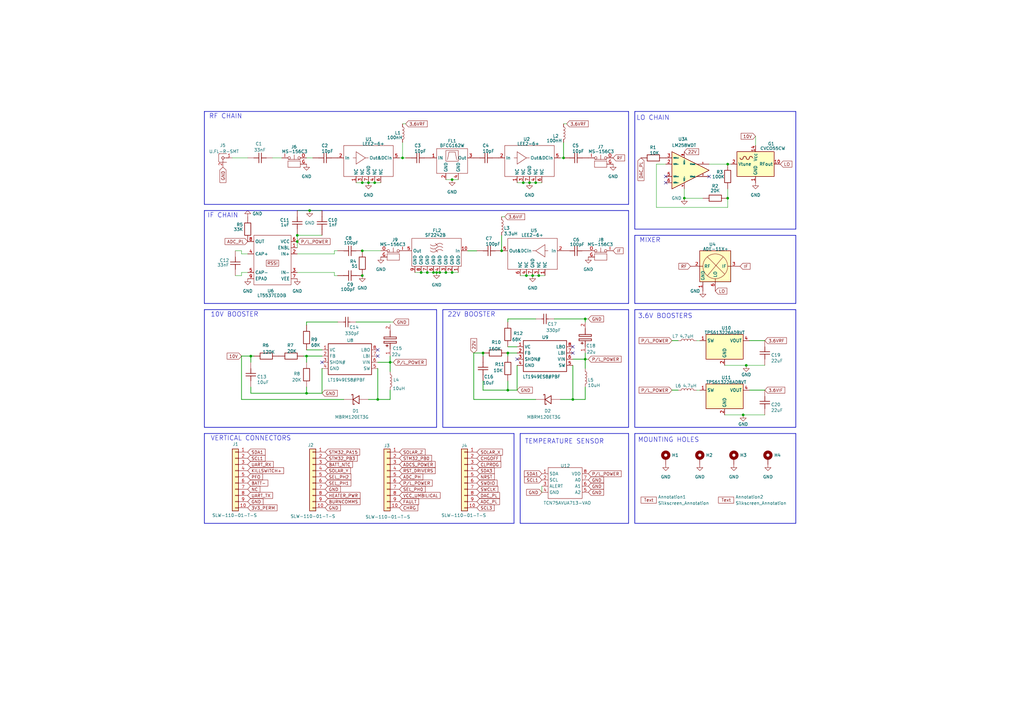
<source format=kicad_sch>
(kicad_sch (version 20230121) (generator eeschema)
  (paper "A3")
  (junction (at 125.73 161.29))
  (junction (at 175.26 111.76))
  (junction (at 215.9 113.03))
  (junction (at 304.8 170.18))
  (junction (at 208.28 144.78))
  (junction (at 151.13 74.93))
  (junction (at 180.34 111.76))
  (junction (at 121.92 99.06))
  (junction (at 121.92 96.52))
  (junction (at 154.94 163.83))
  (junction (at 177.8 111.76))
  (junction (at 148.59 102.87))
  (junction (at 160.02 148.59))
  (junction (at 298.45 67.31))
  (junction (at 148.59 74.93))
  (junction (at 217.17 74.93))
  (junction (at 165.1 64.77))
  (junction (at 208.28 160.02))
  (junction (at 172.72 111.76))
  (junction (at 179.07 111.76))
  (junction (at 214.63 74.93))
  (junction (at 153.67 74.93))
  (junction (at 125.73 146.05))
  (junction (at 240.03 130.81))
  (junction (at 306.07 149.86))
  (junction (at 220.98 113.03))
  (junction (at 205.74 102.87))
  (junction (at 148.59 113.03))
  (junction (at 298.45 81.28))
  (junction (at 219.71 74.93))
  (junction (at 198.12 144.78))
  (junction (at 218.44 113.03))
  (junction (at 127 86.36))
  (junction (at 240.03 147.32))
  (junction (at 182.88 111.76))
  (junction (at 102.87 146.05))
  (junction (at 280.67 81.28))
  (junction (at 231.14 64.77))
  (junction (at 234.95 163.83))
  (junction (at 185.42 111.76))
  (junction (at 185.42 73.66))
  (no_connect (at 234.95 142.24))
  (no_connect (at 154.94 143.51))
  (no_connect (at 273.05 74.93))
  (no_connect (at 212.09 147.32))
  (no_connect (at 290.83 72.39))
  (no_connect (at 154.94 146.05))
  (no_connect (at 132.08 148.59))
  (no_connect (at 234.95 144.78))
  (no_connect (at 273.05 72.39))
  (wire (pts (xy 280.67 81.28) (xy 280.67 77.47)))
  (polyline (pts (xy 260.35 127) (xy 326.39 127)) (stroke (width 0.254)))
  (wire (pts (xy 137.16 113.03) (xy 138.43 113.03)))
  (polyline (pts (xy 260.35 177.8) (xy 260.35 214.63)) (stroke (width 0.254)))
  (polyline (pts (xy 83.82 86.36) (xy 257.81 86.36)) (stroke (width 0.254)))
  (polyline (pts (xy 260.35 177.8) (xy 326.39 177.8)) (stroke (width 0.254)))
  (wire (pts (xy 306.07 149.86) (xy 313.69 149.86)))
  (wire (pts (xy 137.16 102.87) (xy 138.43 102.87)))
  (wire (pts (xy 101.6 104.14) (xy 99.06 104.14)))
  (wire (pts (xy 154.94 148.59) (xy 160.02 148.59)) (stroke (width 0.254)))
  (wire (pts (xy 269.24 67.31) (xy 269.24 85.09)))
  (wire (pts (xy 208.28 132.08) (xy 208.28 130.81)) (stroke (width 0.254)))
  (wire (pts (xy 125.73 148.59) (xy 125.73 146.05)) (stroke (width 0.254)))
  (wire (pts (xy 160.02 148.59) (xy 160.02 152.4)) (stroke (width 0.254)))
  (polyline (pts (xy 83.82 45.72) (xy 257.81 45.72)) (stroke (width 0.254)))
  (polyline (pts (xy 326.39 45.72) (xy 326.39 93.98)) (stroke (width 0.254)))
  (polyline (pts (xy 83.82 127) (xy 83.82 175.26)) (stroke (width 0.254)))
  (wire (pts (xy 99.06 113.03) (xy 96.52 113.03)))
  (polyline (pts (xy 181.61 127) (xy 257.81 127)) (stroke (width 0.254)))
  (polyline (pts (xy 260.35 96.52) (xy 260.35 124.46)) (stroke (width 0.254)))
  (polyline (pts (xy 213.36 177.8) (xy 257.81 177.8)) (stroke (width 0.254)))
  (wire (pts (xy 165.1 64.77) (xy 166.37 64.77)))
  (polyline (pts (xy 257.81 214.63) (xy 213.36 214.63)) (stroke (width 0.254)))
  (wire (pts (xy 102.87 158.75) (xy 102.87 161.29)) (stroke (width 0.254)))
  (wire (pts (xy 121.92 104.14) (xy 137.16 104.14)))
  (wire (pts (xy 198.12 156.21) (xy 198.12 160.02)) (stroke (width 0.254)))
  (wire (pts (xy 212.09 149.86) (xy 212.09 160.02)) (stroke (width 0.254)))
  (wire (pts (xy 297.18 170.18) (xy 304.8 170.18)))
  (wire (pts (xy 137.16 104.14) (xy 137.16 102.87)))
  (wire (pts (xy 185.42 111.76) (xy 187.96 111.76)))
  (wire (pts (xy 125.73 132.08) (xy 125.73 133.35)) (stroke (width 0.254)))
  (wire (pts (xy 99.06 146.05) (xy 99.06 163.83)) (stroke (width 0.254)))
  (wire (pts (xy 212.09 74.93) (xy 214.63 74.93)))
  (wire (pts (xy 121.92 96.52) (xy 132.08 96.52)))
  (wire (pts (xy 240.03 147.32) (xy 240.03 151.13)) (stroke (width 0.254)))
  (polyline (pts (xy 260.35 127) (xy 260.35 175.26)) (stroke (width 0.254)))
  (wire (pts (xy 220.98 113.03) (xy 223.52 113.03)))
  (wire (pts (xy 232.41 50.8) (xy 231.14 50.8)))
  (wire (pts (xy 231.14 58.42) (xy 231.14 64.77)) (stroke (width 0.254)))
  (wire (pts (xy 227.33 130.81) (xy 240.03 130.81)) (stroke (width 0.254)))
  (polyline (pts (xy 83.82 127) (xy 179.07 127)) (stroke (width 0.254)))
  (wire (pts (xy 160.02 160.02) (xy 160.02 163.83)) (stroke (width 0.254)))
  (wire (pts (xy 275.59 160.02) (xy 278.13 160.02)) (stroke (width 0.254)))
  (polyline (pts (xy 326.39 177.8) (xy 326.39 214.63)) (stroke (width 0.254)))
  (wire (pts (xy 151.13 74.93) (xy 153.67 74.93)))
  (wire (pts (xy 154.94 163.83) (xy 151.13 163.83)) (stroke (width 0.254)))
  (wire (pts (xy 212.09 142.24) (xy 208.28 142.24)) (stroke (width 0.254)))
  (wire (pts (xy 309.88 55.88) (xy 309.88 59.69)))
  (wire (pts (xy 154.94 151.13) (xy 154.94 163.83)) (stroke (width 0.254)))
  (wire (pts (xy 285.75 160.02) (xy 287.02 160.02)))
  (wire (pts (xy 185.42 73.66) (xy 187.96 73.66)))
  (polyline (pts (xy 210.82 214.63) (xy 83.82 214.63)) (stroke (width 0.254)))
  (wire (pts (xy 234.95 163.83) (xy 229.87 163.83)) (stroke (width 0.254)))
  (wire (pts (xy 208.28 146.05) (xy 208.28 144.78)) (stroke (width 0.254)))
  (wire (pts (xy 240.03 163.83) (xy 234.95 163.83)) (stroke (width 0.254)))
  (wire (pts (xy 214.63 74.93) (xy 217.17 74.93)))
  (wire (pts (xy 280.67 81.28) (xy 288.29 81.28)))
  (wire (pts (xy 125.73 64.77) (xy 128.27 64.77)))
  (polyline (pts (xy 326.39 93.98) (xy 260.35 93.98)) (stroke (width 0.254)))
  (wire (pts (xy 217.17 74.93) (xy 219.71 74.93)))
  (polyline (pts (xy 257.81 86.36) (xy 257.81 124.46)) (stroke (width 0.254)))
  (polyline (pts (xy 83.82 86.36) (xy 83.82 124.46)) (stroke (width 0.254)))
  (wire (pts (xy 160.02 146.05) (xy 160.02 148.59)) (stroke (width 0.254)))
  (wire (pts (xy 229.87 64.77) (xy 231.14 64.77)))
  (wire (pts (xy 234.95 149.86) (xy 234.95 163.83)) (stroke (width 0.254)))
  (wire (pts (xy 213.36 113.03) (xy 215.9 113.03)))
  (polyline (pts (xy 257.81 83.82) (xy 83.82 83.82)) (stroke (width 0.254)))
  (polyline (pts (xy 257.81 177.8) (xy 257.81 214.63)) (stroke (width 0.254)))
  (wire (pts (xy 307.34 160.02) (xy 313.69 160.02)) (stroke (width 0.254)))
  (wire (pts (xy 124.46 146.05) (xy 125.73 146.05)) (stroke (width 0.254)))
  (polyline (pts (xy 181.61 127) (xy 181.61 175.26)) (stroke (width 0.254)))
  (polyline (pts (xy 257.81 124.46) (xy 83.82 124.46)) (stroke (width 0.254)))
  (wire (pts (xy 102.87 161.29) (xy 125.73 161.29)) (stroke (width 0.254)))
  (wire (pts (xy 212.09 160.02) (xy 208.28 160.02)) (stroke (width 0.254)))
  (wire (pts (xy 160.02 163.83) (xy 154.94 163.83)) (stroke (width 0.254)))
  (wire (pts (xy 275.59 139.7) (xy 278.13 139.7)) (stroke (width 0.254)))
  (wire (pts (xy 240.03 130.81) (xy 241.3 130.81)))
  (wire (pts (xy 137.16 111.76) (xy 137.16 113.03)))
  (wire (pts (xy 99.06 163.83) (xy 140.97 163.83)) (stroke (width 0.254)))
  (wire (pts (xy 215.9 113.03) (xy 218.44 113.03)))
  (wire (pts (xy 234.95 147.32) (xy 240.03 147.32)) (stroke (width 0.254)))
  (wire (pts (xy 121.92 86.36) (xy 127 86.36)))
  (wire (pts (xy 121.92 99.06) (xy 121.92 101.6)))
  (wire (pts (xy 205.74 102.87) (xy 205.74 96.52)) (stroke (width 0.254)))
  (wire (pts (xy 101.6 111.76) (xy 99.06 111.76)))
  (wire (pts (xy 240.03 158.75) (xy 240.03 163.83)) (stroke (width 0.254)))
  (wire (pts (xy 111.76 64.77) (xy 115.57 64.77)))
  (wire (pts (xy 172.72 111.76) (xy 175.26 111.76)))
  (wire (pts (xy 195.58 102.87) (xy 191.77 102.87)) (stroke (width 0.254)))
  (wire (pts (xy 132.08 151.13) (xy 132.08 161.29)) (stroke (width 0.254)))
  (polyline (pts (xy 326.39 175.26) (xy 260.35 175.26)) (stroke (width 0.254)))
  (polyline (pts (xy 83.82 45.72) (xy 83.82 83.82)) (stroke (width 0.254)))
  (wire (pts (xy 125.73 143.51) (xy 132.08 143.51)) (stroke (width 0.254)))
  (wire (pts (xy 180.34 111.76) (xy 182.88 111.76)))
  (wire (pts (xy 273.05 67.31) (xy 269.24 67.31)))
  (polyline (pts (xy 260.35 96.52) (xy 326.39 96.52)) (stroke (width 0.254)))
  (polyline (pts (xy 257.81 45.72) (xy 257.81 83.82)) (stroke (width 0.254)))
  (polyline (pts (xy 83.82 177.8) (xy 83.82 214.63)) (stroke (width 0.254)))
  (wire (pts (xy 179.07 111.76) (xy 180.34 111.76)))
  (wire (pts (xy 240.03 147.32) (xy 241.3 147.32)))
  (polyline (pts (xy 257.81 127) (xy 257.81 175.26)) (stroke (width 0.254)))
  (wire (pts (xy 290.83 67.31) (xy 298.45 67.31)))
  (polyline (pts (xy 83.82 177.8) (xy 210.82 177.8)) (stroke (width 0.254)))
  (polyline (pts (xy 213.36 177.8) (xy 213.36 214.63)) (stroke (width 0.254)))
  (polyline (pts (xy 326.39 96.52) (xy 326.39 124.46)) (stroke (width 0.254)))
  (wire (pts (xy 297.18 149.86) (xy 306.07 149.86)))
  (polyline (pts (xy 260.35 45.72) (xy 260.35 93.98)) (stroke (width 0.254)))
  (wire (pts (xy 102.87 146.05) (xy 99.06 146.05)) (stroke (width 0.254)))
  (wire (pts (xy 304.8 170.18) (xy 313.69 170.18)))
  (wire (pts (xy 99.06 104.14) (xy 99.06 102.87)))
  (wire (pts (xy 165.1 58.42) (xy 165.1 64.77)))
  (wire (pts (xy 146.05 74.93) (xy 148.59 74.93)))
  (wire (pts (xy 269.24 85.09) (xy 298.45 85.09)))
  (wire (pts (xy 177.8 111.76) (xy 179.07 111.76)))
  (polyline (pts (xy 326.39 127) (xy 326.39 175.26)) (stroke (width 0.254)))
  (wire (pts (xy 298.45 85.09) (xy 298.45 81.28)))
  (polyline (pts (xy 179.07 175.26) (xy 83.82 175.26)) (stroke (width 0.254)))
  (wire (pts (xy 285.75 139.7) (xy 287.02 139.7)))
  (wire (pts (xy 208.28 160.02) (xy 208.28 156.21)) (stroke (width 0.254)))
  (wire (pts (xy 182.88 73.66) (xy 185.42 73.66)))
  (polyline (pts (xy 210.82 177.8) (xy 210.82 214.63)) (stroke (width 0.254)))
  (wire (pts (xy 148.59 74.93) (xy 151.13 74.93)))
  (wire (pts (xy 240.03 144.78) (xy 240.03 147.32)) (stroke (width 0.254)))
  (wire (pts (xy 219.71 163.83) (xy 194.31 163.83)) (stroke (width 0.254)))
  (wire (pts (xy 240.03 130.81) (xy 240.03 132.08)) (stroke (width 0.254)))
  (wire (pts (xy 298.45 77.47) (xy 298.45 81.28)))
  (wire (pts (xy 104.14 146.05) (xy 102.87 146.05)) (stroke (width 0.254)))
  (wire (pts (xy 307.34 139.7) (xy 313.69 139.7)) (stroke (width 0.254)))
  (wire (pts (xy 153.67 74.93) (xy 156.21 74.93)))
  (wire (pts (xy 127 86.36) (xy 132.08 86.36)))
  (wire (pts (xy 160.02 148.59) (xy 161.29 148.59)))
  (wire (pts (xy 156.21 102.87) (xy 148.59 102.87)))
  (wire (pts (xy 138.43 132.08) (xy 125.73 132.08)) (stroke (width 0.254)))
  (wire (pts (xy 175.26 111.76) (xy 177.8 111.76)))
  (wire (pts (xy 121.92 96.52) (xy 121.92 99.06)))
  (wire (pts (xy 125.73 146.05) (xy 132.08 146.05)) (stroke (width 0.254)))
  (wire (pts (xy 219.71 74.93) (xy 222.25 74.93)))
  (wire (pts (xy 99.06 102.87) (xy 96.52 102.87)))
  (wire (pts (xy 212.09 144.78) (xy 208.28 144.78)) (stroke (width 0.254)))
  (wire (pts (xy 194.31 144.78) (xy 198.12 144.78)) (stroke (width 0.254)))
  (wire (pts (xy 194.31 163.83) (xy 194.31 144.78)) (stroke (width 0.254)))
  (wire (pts (xy 170.18 111.76) (xy 172.72 111.76)))
  (polyline (pts (xy 179.07 127) (xy 179.07 175.26)) (stroke (width 0.254)))
  (wire (pts (xy 160.02 132.08) (xy 161.29 132.08)))
  (wire (pts (xy 222.25 199.39) (xy 222.25 201.93)))
  (polyline (pts (xy 257.81 175.26) (xy 181.61 175.26)) (stroke (width 0.254)))
  (polyline (pts (xy 326.39 214.63) (xy 260.35 214.63)) (stroke (width 0.254)))
  (wire (pts (xy 125.73 161.29) (xy 125.73 158.75)) (stroke (width 0.254)))
  (polyline (pts (xy 326.39 124.46) (xy 260.35 124.46)) (stroke (width 0.254)))
  (wire (pts (xy 132.08 161.29) (xy 125.73 161.29)) (stroke (width 0.254)))
  (wire (pts (xy 166.37 50.8) (xy 165.1 50.8)))
  (wire (pts (xy 102.87 148.59) (xy 102.87 146.05)) (stroke (width 0.254)))
  (wire (pts (xy 163.83 64.77) (xy 165.1 64.77)))
  (wire (pts (xy 182.88 111.76) (xy 185.42 111.76)))
  (wire (pts (xy 198.12 160.02) (xy 208.28 160.02)) (stroke (width 0.254)))
  (wire (pts (xy 99.06 111.76) (xy 99.06 113.03)))
  (wire (pts (xy 121.92 111.76) (xy 137.16 111.76)))
  (wire (pts (xy 208.28 130.81) (xy 219.71 130.81)) (stroke (width 0.254)))
  (wire (pts (xy 218.44 113.03) (xy 220.98 113.03)))
  (wire (pts (xy 198.12 144.78) (xy 198.12 146.05)) (stroke (width 0.254)))
  (wire (pts (xy 146.05 132.08) (xy 160.02 132.08)) (stroke (width 0.254)))
  (polyline (pts (xy 260.35 45.72) (xy 326.39 45.72)) (stroke (width 0.254)))
  (wire (pts (xy 95.25 64.77) (xy 101.6 64.77)))
  (wire (pts (xy 207.01 88.9) (xy 205.74 88.9)))
  (wire (pts (xy 298.45 67.31) (xy 299.72 67.31)))
  (text "22V BOOSTER" (at 183.515 130.175 0) (effects (font (size 1.905 1.905)) (justify left bottom)))
  (text "IF CHAIN" (at 85.09 89.535 0) (effects (font (size 1.905 1.905)) (justify left bottom)))
  (text "TEMPERATURE SENSOR" (at 215.265 182.245 0) (effects (font (size 1.905 1.905)) (justify left bottom)))
  (text "VERTICAL CONNECTORS" (at 86.36 180.975 0) (effects (font (size 1.905 1.905)) (justify left bottom)))
  (text "MOUNTING HOLES" (at 261.62 181.61 0) (effects (font (size 1.905 1.905)) (justify left bottom)))
  (text "LO CHAIN" (at 260.985 49.53 0) (effects (font (size 1.905 1.905)) (justify left bottom)))
  (text "RF CHAIN" (at 85.725 48.895 0) (effects (font (size 1.905 1.905)) (justify left bottom)))
  (text "10V BOOSTER" (at 86.36 130.175 0) (effects (font (size 1.905 1.905)) (justify left bottom)))
  (text "3.6V BOOSTERS" (at 261.62 130.81 0) (effects (font (size 1.905 1.905)) (justify left bottom)))
  (text "MIXER\n" (at 262.255 99.695 0) (effects (font (size 1.905 1.905)) (justify left bottom)))
  (global_label "GND" (shape input) (at 161.29 132.08 0) (property "Intersheetrefs" "${INTERSHEET_REFS}" (effects hide)))
  (global_label "P/L_POWER" (shape input) (at 241.3 194.31 0) (property "Intersheetrefs" "${INTERSHEET_REFS}" (effects hide)))
  (global_label "GND" (shape input) (at 133.35 208.28 0) (property "Intersheetrefs" "${INTERSHEET_REFS}" (effects hide)))
  (global_label "CHGOFF" (shape input) (at 195.58 187.96 0) (property "Intersheetrefs" "${INTERSHEET_REFS}" (effects hide)))
  (global_label "RF" (shape input) (at 283.21 109.22 180) (property "Intersheetrefs" "${INTERSHEET_REFS}" (effects hide)))
  (global_label "P/L_POWER" (shape input) (at 121.92 99.06 0) (property "Intersheetrefs" "${INTERSHEET_REFS}" (effects hide)))
  (global_label "3V3_PERM" (shape input) (at 101.6 208.28 0) (property "Intersheetrefs" "${INTERSHEET_REFS}" (effects hide)))
  (global_label "SOLAR_Z" (shape input) (at 163.83 185.42 0) (property "Intersheetrefs" "${INTERSHEET_REFS}" (effects hide)))
  (global_label "VCC_UMBILICAL" (shape input) (at 163.83 203.2 0) (property "Intersheetrefs" "${INTERSHEET_REFS}" (effects hide)))
  (global_label "P/L_POWER" (shape input) (at 241.3 147.32 0) (property "Intersheetrefs" "${INTERSHEET_REFS}" (effects hide)))
  (global_label "SEL_PH0" (shape input) (at 163.83 200.66 0) (property "Intersheetrefs" "${INTERSHEET_REFS}" (effects hide)))
  (global_label "BURNCOMMS" (shape input) (at 133.35 205.74 0) (property "Intersheetrefs" "${INTERSHEET_REFS}" (effects hide)))
  (global_label "GND" (shape input) (at 241.3 130.81 0) (property "Intersheetrefs" "${INTERSHEET_REFS}" (effects hide)))
  (global_label "GND" (shape input) (at 212.09 160.02 0) (property "Intersheetrefs" "${INTERSHEET_REFS}" (effects hide)))
  (global_label "STM32_PB3" (shape input) (at 133.35 187.96 0) (property "Intersheetrefs" "${INTERSHEET_REFS}" (effects hide)))
  (global_label "FAULT" (shape input) (at 163.83 205.74 0) (property "Intersheetrefs" "${INTERSHEET_REFS}" (effects hide)))
  (global_label "ADCS_POWER" (shape input) (at 163.83 190.5 0) (property "Intersheetrefs" "${INTERSHEET_REFS}" (effects hide)))
  (global_label "GND" (shape input) (at 101.6 205.74 0) (property "Intersheetrefs" "${INTERSHEET_REFS}" (effects hide)))
  (global_label "SOLAR_X" (shape input) (at 195.58 185.42 0) (property "Intersheetrefs" "${INTERSHEET_REFS}" (effects hide)))
  (global_label "CHRG" (shape input) (at 163.83 208.28 0) (property "Intersheetrefs" "${INTERSHEET_REFS}" (effects hide)))
  (global_label "3.6VRF" (shape input) (at 313.69 139.7 0) (property "Intersheetrefs" "${INTERSHEET_REFS}" (effects hide)))
  (global_label "ADC_PL" (shape input) (at 195.58 205.74 0) (property "Intersheetrefs" "${INTERSHEET_REFS}" (effects hide)))
  (global_label "GND" (shape input) (at 241.3 196.85 0) (property "Intersheetrefs" "${INTERSHEET_REFS}" (effects hide)))
  (global_label "GND" (shape input) (at 241.3 199.39 0) (property "Intersheetrefs" "${INTERSHEET_REFS}" (effects hide)))
  (global_label "P/L_POWER" (shape input) (at 161.29 148.59 0) (property "Intersheetrefs" "${INTERSHEET_REFS}" (effects hide)))
  (global_label "LO" (shape input) (at 293.37 119.38 0) (property "Intersheetrefs" "${INTERSHEET_REFS}" (effects hide)))
  (global_label "10V" (shape input) (at 99.06 146.05 180) (property "Intersheetrefs" "${INTERSHEET_REFS}" (effects hide)))
  (global_label "GND" (shape input) (at 91.44 68.58 270) (property "Intersheetrefs" "${INTERSHEET_REFS}" (effects hide)))
  (global_label "3.6VRF" (shape input) (at 166.37 50.8 0) (property "Intersheetrefs" "${INTERSHEET_REFS}" (effects hide)))
  (global_label "SDA3" (shape input) (at 195.58 193.04 0) (property "Intersheetrefs" "${INTERSHEET_REFS}" (effects hide)))
  (global_label "UART_RX" (shape input) (at 101.6 190.5 0) (property "Intersheetrefs" "${INTERSHEET_REFS}" (effects hide)))
  (global_label "GND" (shape input) (at 222.25 201.93 180) (property "Intersheetrefs" "${INTERSHEET_REFS}" (effects hide)))
  (global_label "PFO" (shape input) (at 101.6 195.58 0) (property "Intersheetrefs" "${INTERSHEET_REFS}" (effects hide)))
  (global_label "SDA1" (shape input) (at 222.25 194.31 180) (property "Intersheetrefs" "${INTERSHEET_REFS}" (effects hide)))
  (global_label "SDA1" (shape input) (at 101.6 185.42 0) (property "Intersheetrefs" "${INTERSHEET_REFS}" (effects hide)))
  (global_label "P/L_POWER" (shape input) (at 275.59 160.02 180) (property "Intersheetrefs" "${INTERSHEET_REFS}" (effects hide)))
  (global_label "DAC_PL" (shape input) (at 262.89 64.77 270) (property "Intersheetrefs" "${INTERSHEET_REFS}" (effects hide)))
  (global_label "ADC_PH" (shape input) (at 163.83 195.58 0) (property "Intersheetrefs" "${INTERSHEET_REFS}" (effects hide)))
  (global_label "SCL1" (shape input) (at 101.6 187.96 0) (property "Intersheetrefs" "${INTERSHEET_REFS}" (effects hide)))
  (global_label "SOLAR_Y" (shape input) (at 133.35 193.04 0) (property "Intersheetrefs" "${INTERSHEET_REFS}" (effects hide)))
  (global_label "3.6VIF" (shape input) (at 207.01 88.9 0) (property "Intersheetrefs" "${INTERSHEET_REFS}" (effects hide)))
  (global_label "IF" (shape input) (at 303.53 109.22 0) (property "Intersheetrefs" "${INTERSHEET_REFS}" (effects hide)))
  (global_label "10V" (shape input) (at 309.88 55.88 180) (property "Intersheetrefs" "${INTERSHEET_REFS}" (effects hide)))
  (global_label "SWDIO" (shape input) (at 195.58 198.12 0) (property "Intersheetrefs" "${INTERSHEET_REFS}" (effects hide)))
  (global_label "NC" (shape input) (at 101.6 200.66 0) (property "Intersheetrefs" "${INTERSHEET_REFS}" (effects hide)))
  (global_label "SCL3" (shape input) (at 195.58 208.28 0) (property "Intersheetrefs" "${INTERSHEET_REFS}" (effects hide)))
  (global_label "22V" (shape input) (at 194.31 144.78 90) (property "Intersheetrefs" "${INTERSHEET_REFS}" (effects hide)))
  (global_label "UART_TX" (shape input) (at 101.6 203.2 0) (property "Intersheetrefs" "${INTERSHEET_REFS}" (effects hide)))
  (global_label "NRST" (shape input) (at 195.58 195.58 0) (property "Intersheetrefs" "${INTERSHEET_REFS}" (effects hide)))
  (global_label "SEL_PH2" (shape input) (at 133.35 195.58 0) (property "Intersheetrefs" "${INTERSHEET_REFS}" (effects hide)))
  (global_label "P/L_POWER" (shape input) (at 163.83 198.12 0) (property "Intersheetrefs" "${INTERSHEET_REFS}" (effects hide)))
  (global_label "BATT_NTC" (shape input) (at 133.35 190.5 0) (property "Intersheetrefs" "${INTERSHEET_REFS}" (effects hide)))
  (global_label "GND" (shape input) (at 133.35 200.66 0) (property "Intersheetrefs" "${INTERSHEET_REFS}" (effects hide)))
  (global_label "LO" (shape input) (at 320.04 67.31 0) (property "Intersheetrefs" "${INTERSHEET_REFS}" (effects hide)))
  (global_label "SCL1" (shape input) (at 222.25 196.85 180) (property "Intersheetrefs" "${INTERSHEET_REFS}" (effects hide)))
  (global_label "STM32_PA15" (shape input) (at 133.35 185.42 0) (property "Intersheetrefs" "${INTERSHEET_REFS}" (effects hide)))
  (global_label "ADC_PL" (shape input) (at 101.6 99.06 180) (property "Intersheetrefs" "${INTERSHEET_REFS}" (effects hide)))
  (global_label "P/L_POWER" (shape input) (at 275.59 139.7 180) (property "Intersheetrefs" "${INTERSHEET_REFS}" (effects hide)))
  (global_label "RST_DRIVERS" (shape input) (at 163.83 193.04 0) (property "Intersheetrefs" "${INTERSHEET_REFS}" (effects hide)))
  (global_label "SWCLK" (shape input) (at 195.58 200.66 0) (property "Intersheetrefs" "${INTERSHEET_REFS}" (effects hide)))
  (global_label "SEL_PH1" (shape input) (at 133.35 198.12 0) (property "Intersheetrefs" "${INTERSHEET_REFS}" (effects hide)))
  (global_label "STM32_PB0" (shape input) (at 163.83 187.96 0) (property "Intersheetrefs" "${INTERSHEET_REFS}" (effects hide)))
  (global_label "CLPROG" (shape input) (at 195.58 190.5 0) (property "Intersheetrefs" "${INTERSHEET_REFS}" (effects hide)))
  (global_label "GND" (shape input) (at 241.3 201.93 0) (property "Intersheetrefs" "${INTERSHEET_REFS}" (effects hide)))
  (global_label "3.6VIF" (shape input) (at 313.69 160.02 0) (property "Intersheetrefs" "${INTERSHEET_REFS}" (effects hide)))
  (global_label "HEATER_PWR" (shape input) (at 133.35 203.2 0) (property "Intersheetrefs" "${INTERSHEET_REFS}" (effects hide)))
  (global_label "KILLSWITCH+" (shape input) (at 101.6 193.04 0) (property "Intersheetrefs" "${INTERSHEET_REFS}" (effects hide)))
  (global_label "22V" (shape input) (at 280.67 62.23 0) (property "Intersheetrefs" "${INTERSHEET_REFS}" (effects hide)))
  (global_label "3.6VRF" (shape input) (at 232.41 50.8 0) (property "Intersheetrefs" "${INTERSHEET_REFS}" (effects hide)))
  (global_label "RF" (shape input) (at 251.46 64.77 0) (property "Intersheetrefs" "${INTERSHEET_REFS}" (effects hide)))
  (global_label "IF" (shape input) (at 251.46 102.87 0) (property "Intersheetrefs" "${INTERSHEET_REFS}" (effects hide)))
  (global_label "DAC_PL" (shape input) (at 195.58 203.2 0) (property "Intersheetrefs" "${INTERSHEET_REFS}" (effects hide)))
  (global_label "GND" (shape input) (at 132.08 161.29 0) (property "Intersheetrefs" "${INTERSHEET_REFS}" (effects hide)))
  (global_label "BATT-" (shape input) (at 101.6 198.12 0) (property "Intersheetrefs" "${INTERSHEET_REFS}" (effects hide)))
  (symbol (lib_id "passive-nsl:MBRM120ET3G") (at 224.79 163.83 0) (unit 1)
    (property "Reference" "D2" (at 223.2736 169.247 0) (effects (justify left bottom)))
    (property "Value" "MBRM120ET3G" (at 216.0955 171.787 0) (effects (justify left bottom)))
    (property "Footprint" "-nsl_passive:MBRM120ET3G" (effects hide))
    (property "BOM_SUPPLIER PART" "C154780" (effects hide))
    (property "BOM_SUPPLIER" "LCSC" (effects hide))
    (property "BOM_MANUFACTURER" "ON" (effects hide))
    (property "BOM_MANUFACTURER PART" "MBRM120ET3G" (effects hide))
    (property "CONTRIBUTOR" "LCSC" (effects hide))
    (property "BOM_JLCPCB PART CLASS" "Extended Part" (effects hide))
    (property "SPICEPRE" "D" (effects hide))
    (property "SPICESYMBOLNAME" "MBRM120ET3G" (effects hide))
  )
  (symbol (lib_id "Regulator_Switching:TPS613226ADBV") (at 297.18 162.56 0) (unit 1)
    (property "Reference" "U11" (at 295.91 155.575 0) (effects (justify left bottom)))
    (property "Value" "TPS613226ADBVT" (at 289.56 157.48 0) (effects (justify left bottom)))
    (property "Footprint" "Package_TO_SOT_SMD:SOT-23-5" (effects hide))
    (property "Datasheet" "http://www.ti.com/lit/ds/symlink/tps61322.pdf" (effects hide))
    (property "BOM_SUPPLIER" "LCSC" (effects hide))
    (property "BOM_SUPPLIER PART" "C2070790" (effects hide))
    (property "BOM_MANUFACTURER" "TI(德州仪器)" (effects hide))
    (property "BOM_MANUFACTURER PART" "TPS613226ADBVT" (effects hide))
    (property "CONTRIBUTOR" "LCSC" (effects hide))
    (property "SPICEPRE" "U" (effects hide))
    (property "SPICESYMBOLNAME" "TPS613226ADBVT" (effects hide))
  )
  (symbol (lib_id "Mechanical:MountingHole_Pad") (at 287.02 187.96 0) (unit 1)
    (property "Reference" "H2" (at 289.56 186.6899 0) (effects (justify left)))
    (property "Value" "MountingHole_Pad" (effects hide))
    (property "Footprint" "MountingHole:MountingHole_3.2mm_M3_Pad" (effects hide))
  )
  (symbol (lib_id "connector-nsl:SLW-110-01") (at 96.52 196.85 0) (mirror y) (unit 1)
    (property "Reference" "J1" (at 97.79 182.88 0) (effects (justify left bottom)))
    (property "Value" "SLW-110-01-T-S" (at 105.41 212.09 0) (effects (justify left bottom)))
    (property "Footprint" "-nsl_connector:BBL-110-Y-X" (effects hide))
    (property "CONTRIBUTOR" "Hans Stahl" (effects hide))
    (property "SPICEPRE" "J" (effects hide))
    (property "SPICESYMBOLNAME" "SLW-110-01-T-S" (effects hide))
  )
  (symbol (lib_id "power:GND") (at 151.13 74.93 0) (unit 1)
    (property "Reference" "#PWR0102" (effects hide))
    (property "Value" "GND" (at 151.13 80.01 0))
  )
  (symbol (lib_id "power:GND") (at 287.02 190.5 0) (unit 1)
    (property "Reference" "#PWR0117" (effects hide))
    (property "Value" "GND" (at 287.02 195.58 0))
  )
  (symbol (lib_id "L2_PCB-altium-import:0_100pF") (at 143.51 102.87 0) (unit 1)
    (property "Reference" "C8" (at 141.605 98.425 0) (effects (justify left bottom)))
    (property "Value" "100pF" (at 140.97 100.33 0) (effects (justify left bottom)))
    (property "Footprint" "Capacitor_SMD:C_0603_1608Metric" (effects hide))
    (property "BOM_SUPPLIER" "LCSC" (effects hide))
    (property "BOM_SUPPLIER PART" "C576799" (effects hide))
    (property "BOM_MANUFACTURER" "YAGEO" (effects hide))
    (property "BOM_MANUFACTURER PART" "CC0603JRNPO0BN100" (effects hide))
    (property "NAMEALIAS" "Capacitance" (effects hide))
    (property "CONTRIBUTOR" "LCSC" (effects hide))
    (property "BOM_JLCPCB PART CLASS" "Extended Part" (effects hide))
    (property "SPICEPRE" "C" (effects hide))
    (property "SPICESYMBOLNAME" "CC0603JRNPO0BN100" (effects hide))
  )
  (symbol (lib_id "Device:L") (at 231.14 54.61 0) (unit 1)
    (property "Reference" "L2" (at 226.695 56.515 0) (effects (justify left bottom)))
    (property "Value" "100nH" (at 224.155 58.42 0) (effects (justify left bottom)))
    (property "Footprint" "Inductor_SMD:L_0603_1608Metric" (effects hide))
    (property "BOM_SUPPLIER" "LCSC" (effects hide))
    (property "BOM_SUPPLIER PART" "C370259" (effects hide))
    (property "BOM_MANUFACTURER" "Sunlord" (effects hide))
    (property "BOM_MANUFACTURER PART" "SDFL1005LR10KTF" (effects hide))
    (property "NAMEALIAS" "Inductance" (effects hide))
    (property "CONTRIBUTOR" "LCSC" (effects hide))
    (property "BOM_JLCPCB PART CLASS" "Extended Part" (effects hide))
    (property "SPICEPRE" "L" (effects hide))
    (property "SPICESYMBOLNAME" "SDFL1005LR10KTF" (effects hide))
  )
  (symbol (lib_id "L2_PCB-altium-import:0_10pF") (at 199.39 64.77 0) (unit 1)
    (property "Reference" "C4" (at 197.8736 60.4436 0) (effects (justify left bottom)))
    (property "Value" "10pF" (at 197.8736 62.7169 0) (effects (justify left bottom)))
    (property "Footprint" "Capacitor_SMD:C_0603_1608Metric" (effects hide))
    (property "BOM_SUPPLIER" "LCSC" (effects hide))
    (property "BOM_SUPPLIER PART" "C576799" (effects hide))
    (property "BOM_MANUFACTURER" "YAGEO" (effects hide))
    (property "BOM_MANUFACTURER PART" "CC0603JRNPO0BN100" (effects hide))
    (property "NAMEALIAS" "Capacitance" (effects hide))
    (property "CONTRIBUTOR" "LCSC" (effects hide))
    (property "BOM_JLCPCB PART CLASS" "Extended Part" (effects hide))
    (property "SPICEPRE" "C" (effects hide))
    (property "SPICESYMBOLNAME" "CC0603JRNPO0BN100" (effects hide))
  )
  (symbol (lib_id "rf-nsl:LT5537") (at 119.38 116.84 0) (mirror y) (unit 1)
    (property "Reference" "U6" (at 112.395 120.015 0) (effects (justify left bottom)))
    (property "Value" "LT5537EDDB" (at 117.475 121.92 0) (effects (justify left bottom)))
    (property "Footprint" "Package_DFN_QFN:DFN-8-1EP_2x3mm_P0.5mm_EP0.56x2.15mm" (effects hide))
    (property "CONTRIBUTOR" "Blothr" (effects hide))
    (property "SPICEPRE" "I" (effects hide))
    (property "SPICESYMBOLNAME" "LT5537EDDB#TRMPBF" (effects hide))
  )
  (symbol (lib_id "L2_PCB-altium-import:2_10K") (at 267.97 64.77 0) (unit 1)
    (property "Reference" "R1" (at 266.4536 61.2056 0) (effects (justify left bottom)))
    (property "Value" "10K" (at 266.4536 63.4789 0) (effects (justify left bottom)))
    (property "Footprint" "Resistor_SMD:R_0603_1608Metric" (effects hide))
    (property "BOM_SUPPLIER" "LCSC" (effects hide))
    (property "BOM_SUPPLIER PART" "C384257" (effects hide))
    (property "BOM_MANUFACTURER" "Walsin Tech Corp" (effects hide))
    (property "BOM_MANUFACTURER PART" "WR06X243 JTL" (effects hide))
    (property "NAMEALIAS" "Resistance (Ohms)" (effects hide))
    (property "CONTRIBUTOR" "LCSC" (effects hide))
    (property "BOM_JLCPCB PART CLASS" "Extended Part" (effects hide))
    (property "SPICEPRE" "R" (effects hide))
    (property "SPICESYMBOLNAME" "WR06X243 JTL" (effects hide))
  )
  (symbol (lib_id "connector-nsl:SLW-110-01") (at 158.75 196.85 0) (mirror y) (unit 1)
    (property "Reference" "J3" (at 157.48 183.515 0) (effects (justify right bottom)))
    (property "Value" "SLW-110-01-T-S" (at 149.86 212.725 0) (effects (justify right bottom)))
    (property "Footprint" "-nsl_connector:BBL-110-Y-X" (effects hide))
    (property "CONTRIBUTOR" "Hans Stahl" (effects hide))
    (property "SPICEPRE" "J" (effects hide))
    (property "SPICESYMBOLNAME" "SLW-110-01-T-S" (effects hide))
  )
  (symbol (lib_id "L2_PCB-altium-import:0_120K") (at 109.22 146.05 0) (unit 1)
    (property "Reference" "R6" (at 107.5944 142.3662 0) (effects (justify left bottom)))
    (property "Value" "120K" (at 107.6477 145.117 0) (effects (justify left bottom)))
    (property "Footprint" "Resistor_SMD:R_0603_1608Metric" (effects hide))
    (property "BOM_SUPPLIER" "LCSC" (effects hide))
    (property "BOM_SUPPLIER PART" "C384257" (effects hide))
    (property "BOM_MANUFACTURER" "Walsin Tech Corp" (effects hide))
    (property "BOM_MANUFACTURER PART" "WR06X243 JTL" (effects hide))
    (property "NAMEALIAS" "Resistance (Ohms)" (effects hide))
    (property "CONTRIBUTOR" "LCSC" (effects hide))
    (property "BOM_JLCPCB PART CLASS" "Extended Part" (effects hide))
    (property "SPICEPRE" "R" (effects hide))
    (property "SPICESYMBOLNAME" "WR06X243 JTL" (effects hide))
  )
  (symbol (lib_name "1_22u_1") (lib_id "L2_PCB-altium-import:1_22u") (at 160.02 139.7 0) (unit 1)
    (property "Reference" "C15" (at 161.0106 143.593 0) (effects (justify left bottom)))
    (property "Value" "22u" (at 160.5813 146.133 0) (effects (justify left bottom)))
    (property "Footprint" "Capacitor_SMD:C_1206_3216Metric" (effects hide))
    (property "CONTRIBUTOR" "Blothr" (effects hide))
    (property "SPICEPRE" "C" (effects hide))
    (property "SPICESYMBOLNAME" "TAJA226M010RNJ" (effects hide))
  )
  (symbol (lib_id "L2_PCB-altium-import:2_1uF") (at 121.92 91.44 90) (unit 1)
    (property "Reference" "C11" (at 118.745 89.535 90) (effects (justify left bottom)))
    (property "Value" "1uF" (at 118.745 91.44 90) (effects (justify left bottom)))
    (property "Footprint" "Capacitor_SMD:C_0603_1608Metric" (effects hide))
    (property "BOM_SUPPLIER" "LCSC" (effects hide))
    (property "BOM_SUPPLIER PART" "C469533" (effects hide))
    (property "BOM_MANUFACTURER" "Murata Electronics" (effects hide))
    (property "BOM_MANUFACTURER PART" "GRM188C80J106MA73D" (effects hide))
    (property "NAMEALIAS" "Capacitance" (effects hide))
    (property "CONTRIBUTOR" "LCSC" (effects hide))
    (property "BOM_JLCPCB PART CLASS" "Extended Part" (effects hide))
    (property "SPICEPRE" "C" (effects hide))
    (property "SPICESYMBOLNAME" "GRM188C80J106MA73D" (effects hide))
  )
  (symbol (lib_id "rf-nsl:SF2242B") (at 179.07 102.87 0) (mirror y) (unit 1)
    (property "Reference" "FL2" (at 180.975 95.25 0) (effects (justify left bottom)))
    (property "Value" "SF2242B" (at 182.88 97.155 0) (effects (justify left bottom)))
    (property "Footprint" "-nsl_rf:SF2242B" (effects hide))
    (property "BOM_MANUFACTURER" "RFMi" (effects hide))
    (property "BOM_MANUFACTURER PART" "SF2242B" (effects hide))
    (property "BOM_SUPPLIER" "Mouser" (effects hide))
    (property "BOM_SUPPLIER PART" "198-SF2242B" (effects hide))
    (property "LINK" "https://www.mouser.es/ProductDetail/RFMi/SF2242B?qs=zW32dvEIR3s7z3tRlXhObQ%3D%3D" (effects hide))
    (property "CONTRIBUTOR" "Blothr" (effects hide))
    (property "SPICEPRE" "U" (effects hide))
    (property "SPICESYMBOLNAME" "SF2242B" (effects hide))
  )
  (symbol (lib_id "power:GND") (at 101.6 114.3 0) (unit 1)
    (property "Reference" "#PWR0104" (effects hide))
    (property "Value" "GND" (at 101.6 119.38 0))
  )
  (symbol (lib_id "L2_PCB-altium-import:0_100pF") (at 143.51 113.03 0) (unit 1)
    (property "Reference" "C9" (at 142.24 117.475 0) (effects (justify left bottom)))
    (property "Value" "100pF" (at 139.7 119.38 0) (effects (justify left bottom)))
    (property "Footprint" "Capacitor_SMD:C_0603_1608Metric" (effects hide))
    (property "BOM_SUPPLIER" "LCSC" (effects hide))
    (property "BOM_SUPPLIER PART" "C576799" (effects hide))
    (property "BOM_MANUFACTURER" "YAGEO" (effects hide))
    (property "BOM_MANUFACTURER PART" "CC0603JRNPO0BN100" (effects hide))
    (property "NAMEALIAS" "Capacitance" (effects hide))
    (property "CONTRIBUTOR" "LCSC" (effects hide))
    (property "BOM_JLCPCB PART CLASS" "Extended Part" (effects hide))
    (property "SPICEPRE" "C" (effects hide))
    (property "SPICESYMBOLNAME" "CC0603JRNPO0BN100" (effects hide))
  )
  (symbol (lib_id "L2_PCB-altium-import:1_20K") (at 125.73 153.67 0) (unit 1)
    (property "Reference" "R8" (at 120.4036 154.007 0) (effects (justify left bottom)))
    (property "Value" "20K" (at 119.7356 156.547 0) (effects (justify left bottom)))
    (property "Footprint" "Resistor_SMD:R_0603_1608Metric" (effects hide))
    (property "BOM_SUPPLIER" "LCSC" (effects hide))
    (property "BOM_SUPPLIER PART" "C384257" (effects hide))
    (property "BOM_MANUFACTURER" "Walsin Tech Corp" (effects hide))
    (property "BOM_MANUFACTURER PART" "WR06X243 JTL" (effects hide))
    (property "NAMEALIAS" "Resistance (Ohms)" (effects hide))
    (property "CONTRIBUTOR" "LCSC" (effects hide))
    (property "BOM_JLCPCB PART CLASS" "Extended Part" (effects hide))
    (property "SPICEPRE" "R" (effects hide))
    (property "SPICESYMBOLNAME" "WR06X243 JTL" (effects hide))
  )
  (symbol (lib_id "Device:L") (at 281.94 139.7 90) (unit 1)
    (property "Reference" "L7" (at 278.13 137.16 90) (effects (justify left bottom)))
    (property "Value" "4.7uH" (at 284.48 137.16 90) (effects (justify left bottom)))
    (property "Footprint" "Inductor_SMD:L_0603_1608Metric" (effects hide))
    (property "BOM_SUPPLIER" "LCSC" (effects hide))
    (property "BOM_SUPPLIER PART" "C92978" (effects hide))
    (property "BOM_MANUFACTURER" "Taiyo Yuden" (effects hide))
    (property "BOM_MANUFACTURER PART" "CBC2012T4R7M" (effects hide))
    (property "NAMEALIAS" "Inductance" (effects hide))
    (property "CONTRIBUTOR" "LCSC" (effects hide))
    (property "BOM_JLCPCB PART CLASS" "Extended Part" (effects hide))
    (property "SPICEPRE" "L" (effects hide))
    (property "SPICESYMBOLNAME" "CBC2012T4R7M" (effects hide))
  )
  (symbol (lib_id "power:GND") (at 185.42 73.66 0) (unit 1)
    (property "Reference" "#PWR0114" (effects hide))
    (property "Value" "GND" (at 185.42 78.74 0))
  )
  (symbol (lib_id "power:GND") (at 304.8 170.18 0) (unit 1)
    (property "Reference" "#PWR0115" (effects hide))
    (property "Value" "GND" (at 304.8 173.99 0))
  )
  (symbol (lib_id "L2_PCB-altium-import:0_22uF") (at 313.69 165.1 0) (unit 1)
    (property "Reference" "C20" (at 316.23 166.6715 0) (effects (justify left bottom)))
    (property "Value" "22uF" (at 316.23 169.0032 0) (effects (justify left bottom)))
    (property "Footprint" "Capacitor_SMD:C_0603_1608Metric" (effects hide))
    (property "BOM_SUPPLIER" "LCSC" (effects hide))
    (property "BOM_SUPPLIER PART" "C386017" (effects hide))
    (property "BOM_MANUFACTURER" "Taiyo Yuden" (effects hide))
    (property "BOM_MANUFACTURER PART" "JMK107BJ226MA-TD" (effects hide))
    (property "NAMEALIAS" "Capacitance" (effects hide))
    (property "CONTRIBUTOR" "LCSC" (effects hide))
    (property "BOM_JLCPCB PART CLASS" "Extended Part" (effects hide))
    (property "SPICEPRE" "C" (effects hide))
    (property "SPICESYMBOLNAME" "JMK107BJ226MA-TD" (effects hide))
  )
  (symbol (lib_id "power:GND") (at 309.88 74.93 0) (unit 1)
    (property "Reference" "#PWR0123" (effects hide))
    (property "Value" "GND" (at 309.88 80.01 0))
  )
  (symbol (lib_id "Device:L") (at 160.02 156.21 0) (unit 1)
    (property "Reference" "L4" (at 161.2417 156.547 0) (effects (justify left bottom)))
    (property "Value" "10uH" (at 161.036 160.0573 0) (effects (justify left bottom)))
    (property "Footprint" "Inductor_SMD:L_0603_1608Metric" (effects hide))
    (property "BOM_SUPPLIER" "LCSC" (effects hide))
    (property "BOM_SUPPLIER PART" "C162580" (effects hide))
    (property "BOM_MANUFACTURER" "Murata Electronics" (effects hide))
    (property "BOM_MANUFACTURER PART" "LQM18PN2R2NC0L" (effects hide))
    (property "NAMEALIAS" "Inductance" (effects hide))
    (property "CONTRIBUTOR" "LCSC" (effects hide))
    (property "BOM_JLCPCB PART CLASS" "Extended Part" (effects hide))
    (property "SPICEPRE" "L" (effects hide))
    (property "SPICESYMBOLNAME" "LQM18PN2R2NC0L" (effects hide))
  )
  (symbol (lib_id "L2_PCB-altium-import:1_10uF") (at 102.87 153.67 0) (unit 1)
    (property "Reference" "C13" (at 105.41 155.2364 0) (effects (justify left bottom)))
    (property "Value" "10uF" (at 105.41 157.5072 0) (effects (justify left bottom)))
    (property "Footprint" "Capacitor_SMD:C_0603_1608Metric" (effects hide))
    (property "BOM_SUPPLIER" "LCSC" (effects hide))
    (property "BOM_SUPPLIER PART" "C469533" (effects hide))
    (property "BOM_MANUFACTURER" "Murata Electronics" (effects hide))
    (property "BOM_MANUFACTURER PART" "GRM188C80J106MA73D" (effects hide))
    (property "NAMEALIAS" "Capacitance" (effects hide))
    (property "CONTRIBUTOR" "LCSC" (effects hide))
    (property "BOM_JLCPCB PART CLASS" "Extended Part" (effects hide))
    (property "SPICEPRE" "C" (effects hide))
    (property "SPICESYMBOLNAME" "GRM188C80J106MA73D" (effects hide))
  )
  (symbol (lib_id "power:GND") (at 121.92 114.3 0) (unit 1)
    (property "Reference" "#PWR0105" (effects hide))
    (property "Value" "GND" (at 121.92 119.38 0))
  )
  (symbol (lib_id "power:GND") (at 273.05 190.5 0) (unit 1)
    (property "Reference" "#PWR0118" (effects hide))
    (property "Value" "GND" (at 273.05 195.58 0))
  )
  (symbol (lib_id "L2_PCB-altium-import:3_33nF") (at 106.68 64.77 270) (unit 1)
    (property "Reference" "C1" (at 104.775 59.69 90) (effects (justify left bottom)))
    (property "Value" "33nF" (at 104.14 62.23 90) (effects (justify left bottom)))
    (property "Footprint" "Capacitor_SMD:C_0603_1608Metric" (effects hide))
    (property "BOM_SUPPLIER" "LCSC" (effects hide))
    (property "BOM_SUPPLIER PART" "C469533" (effects hide))
    (property "BOM_MANUFACTURER" "Murata Electronics" (effects hide))
    (property "BOM_MANUFACTURER PART" "GRM188C80J106MA73D" (effects hide))
    (property "NAMEALIAS" "Capacitance" (effects hide))
    (property "CONTRIBUTOR" "LCSC" (effects hide))
    (property "BOM_JLCPCB PART CLASS" "Extended Part" (effects hide))
    (property "SPICEPRE" "C" (effects hide))
    (property "SPICESYMBOLNAME" "GRM188C80J106MA73D" (effects hide))
  )
  (symbol (lib_id "power:GND") (at 306.07 149.86 0) (unit 1)
    (property "Reference" "#PWR0116" (effects hide))
    (property "Value" "GND" (at 306.07 153.67 0))
  )
  (symbol (lib_id "power:GND") (at 251.46 67.31 0) (unit 1)
    (property "Reference" "#PWR0110" (effects hide))
    (property "Value" "GND" (at 251.46 72.39 0))
  )
  (symbol (lib_id "power:GND") (at 280.67 81.28 0) (unit 1)
    (property "Reference" "#PWR0122" (effects hide))
    (property "Value" "GND" (at 277.495 81.28 0))
  )
  (symbol (lib_id "power:GND") (at 148.59 113.03 0) (unit 1)
    (property "Reference" "#PWR0106" (effects hide))
    (property "Value" "GND" (at 148.59 118.11 0))
  )
  (symbol (lib_id "power:GND") (at 156.21 105.41 0) (unit 1)
    (property "Reference" "#PWR0101" (effects hide))
    (property "Value" "GND" (at 156.21 110.49 0))
  )
  (symbol (lib_id "power:GND") (at 300.99 190.5 0) (unit 1)
    (property "Reference" "#PWR0119" (effects hide))
    (property "Value" "GND" (at 300.99 195.58 0))
  )
  (symbol (lib_id "L2_PCB-altium-import:3_68K") (at 208.28 137.16 0) (unit 1)
    (property "Reference" "R12" (at 210.5736 137.4513 0) (effects (justify left bottom)))
    (property "Value" "68K" (at 209.9513 139.9913 0) (effects (justify left bottom)))
    (property "Footprint" "Resistor_SMD:R_0603_1608Metric" (effects hide))
    (property "BOM_SUPPLIER" "LCSC" (effects hide))
    (property "BOM_SUPPLIER PART" "C384257" (effects hide))
    (property "BOM_MANUFACTURER" "Walsin Tech Corp" (effects hide))
    (property "BOM_MANUFACTURER PART" "WR06X243 JTL" (effects hide))
    (property "NAMEALIAS" "Resistance (Ohms)" (effects hide))
    (property "CONTRIBUTOR" "LCSC" (effects hide))
    (property "BOM_JLCPCB PART CLASS" "Extended Part" (effects hide))
    (property "SPICEPRE" "R" (effects hide))
    (property "SPICESYMBOLNAME" "WR06X243 JTL" (effects hide))
  )
  (symbol (lib_id "connector-nsl:MS-156C") (at 120.65 67.31 0) (unit 1)
    (property "Reference" "J6" (at 119.38 60.96 0) (effects (justify left bottom)))
    (property "Value" "MS-156C3" (at 115.57 62.865 0) (effects (justify left bottom)))
    (property "Footprint" "-nsl_connector:CoaxialSwitch_Hirose_MS-156C3_Horizontal" (effects hide))
    (property "BOM_SUPPLIER" "LCSC" (effects hide))
    (property "BOM_SUPPLIER PART" "C424673" (effects hide))
    (property "BOM_MANUFACTURER" "HRS(广濑)" (effects hide))
    (property "BOM_MANUFACTURER PART" "MS-156C3" (effects hide))
    (property "CONTRIBUTOR" "LCSC" (effects hide))
    (property "BOM_JLCPCB PART CLASS" "Extended Part" (effects hide))
    (property "SPICEPRE" "R" (effects hide))
    (property "SPICESYMBOLNAME" "MS-156C3" (effects hide))
  )
  (symbol (lib_id "L2_PCB-altium-import:2_33nF") (at 96.52 107.95 90) (unit 1)
    (property "Reference" "C12" (at 93.98 106.045 90) (effects (justify left bottom)))
    (property "Value" "33nF" (at 93.98 107.95 90) (effects (justify left bottom)))
    (property "Footprint" "Capacitor_SMD:C_0603_1608Metric" (effects hide))
    (property "BOM_SUPPLIER" "LCSC" (effects hide))
    (property "BOM_SUPPLIER PART" "C469533" (effects hide))
    (property "BOM_MANUFACTURER" "Murata Electronics" (effects hide))
    (property "BOM_MANUFACTURER PART" "GRM188C80J106MA73D" (effects hide))
    (property "NAMEALIAS" "Capacitance" (effects hide))
    (property "CONTRIBUTOR" "LCSC" (effects hide))
    (property "BOM_JLCPCB PART CLASS" "Extended Part" (effects hide))
    (property "SPICEPRE" "C" (effects hide))
    (property "SPICESYMBOLNAME" "GRM188C80J106MA73D" (effects hide))
  )
  (symbol (lib_id "passive-nsl:MBRM120ET3G") (at 146.05 163.83 0) (unit 1)
    (property "Reference" "D1" (at 144.5336 169.247 0) (effects (justify left bottom)))
    (property "Value" "MBRM120ET3G" (at 137.3555 171.787 0) (effects (justify left bottom)))
    (property "Footprint" "-nsl_passive:MBRM120ET3G" (effects hide))
    (property "BOM_SUPPLIER PART" "C154780" (effects hide))
    (property "BOM_SUPPLIER" "LCSC" (effects hide))
    (property "BOM_MANUFACTURER" "ON" (effects hide))
    (property "BOM_MANUFACTURER PART" "MBRM120ET3G" (effects hide))
    (property "CONTRIBUTOR" "LCSC" (effects hide))
    (property "BOM_JLCPCB PART CLASS" "Extended Part" (effects hide))
    (property "SPICEPRE" "D" (effects hide))
    (property "SPICESYMBOLNAME" "MBRM120ET3G" (effects hide))
  )
  (symbol (lib_id "power:GND") (at 314.96 190.5 0) (unit 1)
    (property "Reference" "#PWR0120" (effects hide))
    (property "Value" "GND" (at 314.96 195.58 0))
  )
  (symbol (lib_id "L2_PCB-altium-import:3_51") (at 148.59 107.95 0) (unit 1)
    (property "Reference" "R4" (at 143.51 107.95 0) (effects (justify left bottom)))
    (property "Value" "51" (at 144.145 109.855 0) (effects (justify left bottom)))
    (property "Footprint" "Resistor_SMD:R_0603_1608Metric" (effects hide))
    (property "BOM_SUPPLIER" "LCSC" (effects hide))
    (property "BOM_SUPPLIER PART" "C384257" (effects hide))
    (property "BOM_MANUFACTURER" "Walsin Tech Corp" (effects hide))
    (property "BOM_MANUFACTURER PART" "WR06X243 JTL" (effects hide))
    (property "NAMEALIAS" "Resistance (Ohms)" (effects hide))
    (property "CONTRIBUTOR" "LCSC" (effects hide))
    (property "BOM_JLCPCB PART CLASS" "Extended Part" (effects hide))
    (property "SPICEPRE" "R" (effects hide))
    (property "SPICESYMBOLNAME" "WR06X243 JTL" (effects hide))
  )
  (symbol (lib_id "power-nsl:LT1949") (at 143.51 147.32 0) (unit 1)
    (property "Reference" "U8" (at 142.24 140.335 0) (effects (justify left bottom)))
    (property "Value" "LT1949ES8#PBF" (at 134.3482 156.547 0) (effects (justify left bottom)))
    (property "Footprint" "Package_SO:SO-8_3.9x4.9mm_P1.27mm" (effects hide))
    (property "BOM_SUPPLIER" "LCSC" (effects hide))
    (property "BOM_SUPPLIER PART" "C665614" (effects hide))
    (property "BOM_MANUFACTURER" "Analog Devices" (effects hide))
    (property "BOM_MANUFACTURER PART" "LT1949ES8#PBF" (effects hide))
    (property "CONTRIBUTOR" "LCSC" (effects hide))
    (property "BOM_JLCPCB PART CLASS" "Extended Part" (effects hide))
    (property "SPICEPRE" "U" (effects hide))
    (property "SPICESYMBOLNAME" "LT1949ES8#PBF" (effects hide))
  )
  (symbol (lib_id "connector-nsl:MS-156C") (at 246.38 67.31 0) (unit 1)
    (property "Reference" "J7" (at 245.11 60.96 0) (effects (justify left bottom)))
    (property "Value" "MS-156C3" (at 241.3 62.865 0) (effects (justify left bottom)))
    (property "Footprint" "-nsl_connector:CoaxialSwitch_Hirose_MS-156C3_Horizontal" (effects hide))
    (property "BOM_SUPPLIER" "LCSC" (effects hide))
    (property "BOM_SUPPLIER PART" "C424673" (effects hide))
    (property "BOM_MANUFACTURER" "HRS(广濑)" (effects hide))
    (property "BOM_MANUFACTURER PART" "MS-156C3" (effects hide))
    (property "CONTRIBUTOR" "LCSC" (effects hide))
    (property "BOM_JLCPCB PART CLASS" "Extended Part" (effects hide))
    (property "SPICEPRE" "R" (effects hide))
    (property "SPICESYMBOLNAME" "MS-156C3" (effects hide))
  )
  (symbol (lib_id "L2_PCB-altium-import:0_100pF") (at 236.22 102.87 0) (unit 1)
    (property "Reference" "C6" (at 234.95 99.06 0) (effects (justify left bottom)))
    (property "Value" "100pF" (at 233.68 100.965 0) (effects (justify left bottom)))
    (property "Footprint" "Capacitor_SMD:C_0603_1608Metric" (effects hide))
    (property "BOM_SUPPLIER" "LCSC" (effects hide))
    (property "BOM_SUPPLIER PART" "C576799" (effects hide))
    (property "BOM_MANUFACTURER" "YAGEO" (effects hide))
    (property "BOM_MANUFACTURER PART" "CC0603JRNPO0BN100" (effects hide))
    (property "NAMEALIAS" "Capacitance" (effects hide))
    (property "CONTRIBUTOR" "LCSC" (effects hide))
    (property "BOM_JLCPCB PART CLASS" "Extended Part" (effects hide))
    (property "SPICEPRE" "C" (effects hide))
    (property "SPICESYMBOLNAME" "CC0603JRNPO0BN100" (effects hide))
  )
  (symbol (lib_id "L2_PCB-altium-import:2_1nF") (at 132.08 91.44 90) (unit 1)
    (property "Reference" "C10" (at 138.43 89.535 90) (effects (justify left bottom)))
    (property "Value" "1nF" (at 138.43 91.44 90) (effects (justify left bottom)))
    (property "Footprint" "Capacitor_SMD:C_0603_1608Metric" (effects hide))
    (property "BOM_SUPPLIER" "LCSC" (effects hide))
    (property "BOM_SUPPLIER PART" "C469533" (effects hide))
    (property "BOM_MANUFACTURER" "Murata Electronics" (effects hide))
    (property "BOM_MANUFACTURER PART" "GRM188C80J106MA73D" (effects hide))
    (property "NAMEALIAS" "Capacitance" (effects hide))
    (property "CONTRIBUTOR" "LCSC" (effects hide))
    (property "BOM_JLCPCB PART CLASS" "Extended Part" (effects hide))
    (property "SPICEPRE" "C" (effects hide))
    (property "SPICESYMBOLNAME" "GRM188C80J106MA73D" (effects hide))
  )
  (symbol (lib_id "L2_PCB-altium-import:1_10K") (at 208.28 151.13 0) (unit 1)
    (property "Reference" "R11" (at 202.9536 150.1437 0) (effects (justify left bottom)))
    (property "Value" "10K" (at 202.3389 152.6837 0) (effects (justify left bottom)))
    (property "Footprint" "Resistor_SMD:R_0603_1608Metric" (effects hide))
    (property "BOM_SUPPLIER" "LCSC" (effects hide))
    (property "BOM_SUPPLIER PART" "C384257" (effects hide))
    (property "BOM_MANUFACTURER" "Walsin Tech Corp" (effects hide))
    (property "BOM_MANUFACTURER PART" "WR06X243 JTL" (effects hide))
    (property "NAMEALIAS" "Resistance (Ohms)" (effects hide))
    (property "CONTRIBUTOR" "LCSC" (effects hide))
    (property "BOM_JLCPCB PART CLASS" "Extended Part" (effects hide))
    (property "SPICEPRE" "R" (effects hide))
    (property "SPICESYMBOLNAME" "WR06X243 JTL" (effects hide))
  )
  (symbol (lib_id "Device:L") (at 165.1 54.61 0) (unit 1)
    (property "Reference" "L1" (at 161.925 55.245 0) (effects (justify left bottom)))
    (property "Value" "100nH" (at 158.75 57.15 0) (effects (justify left bottom)))
    (property "Footprint" "Inductor_SMD:L_0603_1608Metric" (effects hide))
    (property "BOM_SUPPLIER" "LCSC" (effects hide))
    (property "BOM_SUPPLIER PART" "C370259" (effects hide))
    (property "BOM_MANUFACTURER" "Sunlord" (effects hide))
    (property "BOM_MANUFACTURER PART" "SDFL1005LR10KTF" (effects hide))
    (property "NAMEALIAS" "Inductance" (effects hide))
    (property "CONTRIBUTOR" "LCSC" (effects hide))
    (property "BOM_JLCPCB PART CLASS" "Extended Part" (effects hide))
    (property "SPICEPRE" "L" (effects hide))
    (property "SPICESYMBOLNAME" "SDFL1005LR10KTF" (effects hide))
  )
  (symbol (lib_id "L2_PCB-altium-import:1_68K") (at 125.73 138.43 0) (unit 1)
    (property "Reference" "R9" (at 127.508 140.037 0) (effects (justify left bottom)))
    (property "Value" "68K" (at 127.508 142.2773 0) (effects (justify left bottom)))
    (property "Footprint" "Resistor_SMD:R_0603_1608Metric" (effects hide))
    (property "BOM_SUPPLIER" "LCSC" (effects hide))
    (property "BOM_SUPPLIER PART" "C384257" (effects hide))
    (property "BOM_MANUFACTURER" "Walsin Tech Corp" (effects hide))
    (property "BOM_MANUFACTURER PART" "WR06X243 JTL" (effects hide))
    (property "NAMEALIAS" "Resistance (Ohms)" (effects hide))
    (property "CONTRIBUTOR" "LCSC" (effects hide))
    (property "BOM_JLCPCB PART CLASS" "Extended Part" (effects hide))
    (property "SPICEPRE" "R" (effects hide))
    (property "SPICESYMBOLNAME" "WR06X243 JTL" (effects hide))
  )
  (symbol (lib_id "Mechanical:MountingHole_Pad") (at 273.05 187.96 0) (unit 1)
    (property "Reference" "H1" (at 275.59 186.6899 0) (effects (justify left)))
    (property "Value" "MountingHole_Pad" (effects hide))
    (property "Footprint" "MountingHole:MountingHole_3.2mm_M3_Pad" (effects hide))
  )
  (symbol (lib_id "power:GND") (at 241.3 105.41 0) (unit 1)
    (property "Reference" "#PWR0111" (effects hide))
    (property "Value" "GND" (at 241.3 110.49 0))
  )
  (symbol (lib_id "connector-nsl:MS-156C") (at 246.38 105.41 0) (mirror y) (unit 1)
    (property "Reference" "J8" (at 247.65 99.06 0) (effects (justify left bottom)))
    (property "Value" "MS-156C3" (at 251.46 100.965 0) (effects (justify left bottom)))
    (property "Footprint" "-nsl_connector:CoaxialSwitch_Hirose_MS-156C3_Horizontal" (effects hide))
    (property "BOM_SUPPLIER" "LCSC" (effects hide))
    (property "BOM_SUPPLIER PART" "C424673" (effects hide))
    (property "BOM_MANUFACTURER" "HRS(广濑)" (effects hide))
    (property "BOM_MANUFACTURER PART" "MS-156C3" (effects hide))
    (property "CONTRIBUTOR" "LCSC" (effects hide))
    (property "BOM_JLCPCB PART CLASS" "Extended Part" (effects hide))
    (property "SPICEPRE" "R" (effects hide))
    (property "SPICESYMBOLNAME" "MS-156C3" (effects hide))
  )
  (symbol (lib_id "rf-nsl:BFCG162W") (at 185.42 64.77 0) (unit 1)
    (property "Reference" "FL1" (at 185.42 57.785 0))
    (property "Value" "BFCG162W" (at 185.42 59.69 0))
    (property "Footprint" "-nsl_rf:GE0805C-3" (effects hide))
  )
  (symbol (lib_id "L2_PCB-altium-import:0_10pF") (at 133.35 64.77 0) (unit 1)
    (property "Reference" "C2" (at 131.8336 60.4436 0) (effects (justify left bottom)))
    (property "Value" "10pF" (at 131.8336 62.7169 0) (effects (justify left bottom)))
    (property "Footprint" "Capacitor_SMD:C_0603_1608Metric" (effects hide))
    (property "BOM_SUPPLIER" "LCSC" (effects hide))
    (property "BOM_SUPPLIER PART" "C576799" (effects hide))
    (property "BOM_MANUFACTURER" "YAGEO" (effects hide))
    (property "BOM_MANUFACTURER PART" "CC0603JRNPO0BN100" (effects hide))
    (property "NAMEALIAS" "Capacitance" (effects hide))
    (property "CONTRIBUTOR" "LCSC" (effects hide))
    (property "BOM_JLCPCB PART CLASS" "Extended Part" (effects hide))
    (property "SPICEPRE" "C" (effects hide))
    (property "SPICESYMBOLNAME" "CC0603JRNPO0BN100" (effects hide))
  )
  (symbol (lib_id "rf-nsl:ADE-11X") (at 293.37 109.22 0) (unit 1)
    (property "Reference" "U4" (at 290.83 100.965 0) (effects (justify left bottom)))
    (property "Value" "ADE-11X+" (at 288.29 102.87 0) (effects (justify left bottom)))
    (property "Footprint" "-nsl_rf:SOTFL254P691X284-6N" (effects hide))
    (property "CONTRIBUTOR" "George-vlad Enache" (effects hide))
    (property "SPICEPRE" "I" (effects hide))
    (property "SPICESYMBOLNAME" "ADE-11X+" (effects hide))
  )
  (symbol (lib_id "SP_ICs:TCN75AVUA713") (at 222.25 194.31 0) (unit 1)
    (property "Reference" "U12" (at 229.87 191.77 0) (effects (justify left bottom)))
    (property "Value" "TCN75AVUA713-VAO" (at 222.885 207.01 0) (effects (justify left bottom)))
    (property "Footprint" "Package_SO:SOP-8_3.9x4.9mm_P1.27mm" (effects hide))
    (property "SPICEPRE" "I" (effects hide))
    (property "SPICESYMBOLNAME" "TCN75AVUA713-VAO" (effects hide))
  )
  (symbol (lib_id "L2_PCB-altium-import:0_10pF") (at 171.45 64.77 0) (unit 1)
    (property "Reference" "C3" (at 169.9336 60.4436 0) (effects (justify left bottom)))
    (property "Value" "10pF" (at 169.9336 62.7169 0) (effects (justify left bottom)))
    (property "Footprint" "Capacitor_SMD:C_0603_1608Metric" (effects hide))
    (property "BOM_SUPPLIER" "LCSC" (effects hide))
    (property "BOM_SUPPLIER PART" "C576799" (effects hide))
    (property "BOM_MANUFACTURER" "YAGEO" (effects hide))
    (property "BOM_MANUFACTURER PART" "CC0603JRNPO0BN100" (effects hide))
    (property "NAMEALIAS" "Capacitance" (effects hide))
    (property "CONTRIBUTOR" "LCSC" (effects hide))
    (property "BOM_JLCPCB PART CLASS" "Extended Part" (effects hide))
    (property "SPICEPRE" "C" (effects hide))
    (property "SPICESYMBOLNAME" "CC0603JRNPO0BN100" (effects hide))
  )
  (symbol (lib_id "L2_PCB-altium-import:0_20K") (at 119.38 146.05 0) (unit 1)
    (property "Reference" "R7" (at 117.7544 142.3662 0) (effects (justify left bottom)))
    (property "Value" "20K" (at 117.7544 144.7589 0) (effects (justify left bottom)))
    (property "Footprint" "Resistor_SMD:R_0603_1608Metric" (effects hide))
    (property "BOM_SUPPLIER" "LCSC" (effects hide))
    (property "BOM_SUPPLIER PART" "C384257" (effects hide))
    (property "BOM_MANUFACTURER" "Walsin Tech Corp" (effects hide))
    (property "BOM_MANUFACTURER PART" "WR06X243 JTL" (effects hide))
    (property "NAMEALIAS" "Resistance (Ohms)" (effects hide))
    (property "CONTRIBUTOR" "LCSC" (effects hide))
    (property "BOM_JLCPCB PART CLASS" "Extended Part" (effects hide))
    (property "SPICEPRE" "R" (effects hide))
    (property "SPICESYMBOLNAME" "WR06X243 JTL" (effects hide))
  )
  (symbol (lib_id "rf-nsl:LEE2-6+") (at 199.39 80.01 0) (unit 1)
    (property "Reference" "U2" (at 214.63 57.785 0) (effects (justify left bottom)))
    (property "Value" "LEE2-6+" (at 212.09 59.69 0) (effects (justify left bottom)))
    (property "Footprint" "Package_SON:WSON-6-1EP_2x2mm_P0.65mm_EP1x1.6mm" (effects hide))
    (property "CONTRIBUTOR" "Blothr" (effects hide))
    (property "SPICEPRE" "I" (effects hide))
    (property "SPICESYMBOLNAME" "LEE2-6+" (effects hide))
  )
  (symbol (lib_id "L2_PCB-altium-import:2_330pF") (at 223.52 130.81 0) (unit 1)
    (property "Reference" "C17" (at 224.5436 133.6413 0) (effects (justify left bottom)))
    (property "Value" "330pF" (at 223.9695 136.1813 0) (effects (justify left bottom)))
    (property "Footprint" "Capacitor_SMD:C_0603_1608Metric" (effects hide))
    (property "BOM_SUPPLIER" "LCSC" (effects hide))
    (property "BOM_MANUFACTURER" "MuRata" (effects hide))
    (property "BOM_MANUFACTURER PART" "GRM188R71H331KA01D" (effects hide))
    (property "NAMEALIAS" "Capacitance" (effects hide))
    (property "BOM_SUPPLIER PART" "C97894" (effects hide))
    (property "BOM_JLCPCB PART CLASS" "Extended Part" (effects hide))
    (property "SPICEPRE" "C" (effects hide))
    (property "SPICESYMBOLNAME" "GRM188R71H331KA01D" (effects hide))
  )
  (symbol (lib_id "connector-nsl:MS-156C") (at 161.29 105.41 0) (mirror y) (unit 1)
    (property "Reference" "J9" (at 163.195 99.06 0) (effects (justify left bottom)))
    (property "Value" "MS-156C3" (at 166.37 100.965 0) (effects (justify left bottom)))
    (property "Footprint" "-nsl_connector:CoaxialSwitch_Hirose_MS-156C3_Horizontal" (effects hide))
    (property "BOM_SUPPLIER" "LCSC" (effects hide))
    (property "BOM_SUPPLIER PART" "C424673" (effects hide))
    (property "BOM_MANUFACTURER" "HRS(广濑)" (effects hide))
    (property "BOM_MANUFACTURER PART" "MS-156C3" (effects hide))
    (property "CONTRIBUTOR" "LCSC" (effects hide))
    (property "BOM_JLCPCB PART CLASS" "Extended Part" (effects hide))
    (property "SPICEPRE" "R" (effects hide))
    (property "SPICESYMBOLNAME" "MS-156C3" (effects hide))
  )
  (symbol (lib_id "power:GND") (at 125.73 67.31 0) (unit 1)
    (property "Reference" "#PWR0108" (effects hide))
    (property "Value" "GND" (at 125.73 72.39 0))
  )
  (symbol (lib_id "L2_PCB-altium-import:0_330pF") (at 142.24 132.08 0) (unit 1)
    (property "Reference" "C14" (at 143.2636 134.957 0) (effects (justify left bottom)))
    (property "Value" "330pF" (at 141.3941 137.497 0) (effects (justify left bottom)))
    (property "Footprint" "Capacitor_SMD:C_0603_1608Metric" (effects hide))
    (property "BOM_SUPPLIER" "LCSC" (effects hide))
    (property "BOM_MANUFACTURER" "MuRata" (effects hide))
    (property "BOM_MANUFACTURER PART" "GRM188R71H331KA01D" (effects hide))
    (property "NAMEALIAS" "Capacitance" (effects hide))
    (property "BOM_SUPPLIER PART" "C97894" (effects hide))
    (property "BOM_JLCPCB PART CLASS" "Extended Part" (effects hide))
    (property "SPICEPRE" "C" (effects hide))
    (property "SPICESYMBOLNAME" "GRM188R71H331KA01D" (effects hide))
  )
  (symbol (lib_id "connector-nsl:SLW-110-01") (at 128.27 196.85 0) (mirror y) (unit 1)
    (property "Reference" "J2" (at 128.651 183.261 0) (effects (justify left bottom)))
    (property "Value" "SLW-110-01-T-S" (at 137.541 212.471 0) (effects (justify left bottom)))
    (property "Footprint" "-nsl_connector:BBL-110-Y-X" (effects hide))
    (property "CONTRIBUTOR" "Hans Stahl" (effects hide))
    (property "SPICEPRE" "J" (effects hide))
    (property "SPICESYMBOLNAME" "SLW-110-01-T-S" (effects hide))
  )
  (symbol (lib_id "Mechanical:MountingHole_Pad") (at 314.96 187.96 0) (unit 1)
    (property "Reference" "H4" (at 317.5 186.6899 0) (effects (justify left)))
    (property "Value" "MountingHole_Pad" (effects hide))
    (property "Footprint" "MountingHole:MountingHole_3.2mm_M3_Pad" (effects hide))
  )
  (symbol (lib_id "Device:L") (at 281.94 160.02 90) (unit 1)
    (property "Reference" "L6" (at 279.4 157.48 90) (effects (justify left bottom)))
    (property "Value" "4.7uH" (at 285.75 157.48 90) (effects (justify left bottom)))
    (property "Footprint" "Inductor_SMD:L_0603_1608Metric" (effects hide))
    (property "BOM_SUPPLIER" "LCSC" (effects hide))
    (property "BOM_SUPPLIER PART" "C92978" (effects hide))
    (property "BOM_MANUFACTURER" "Taiyo Yuden" (effects hide))
    (property "BOM_MANUFACTURER PART" "CBC2012T4R7M" (effects hide))
    (property "NAMEALIAS" "Inductance" (effects hide))
    (property "CONTRIBUTOR" "LCSC" (effects hide))
    (property "BOM_JLCPCB PART CLASS" "Extended Part" (effects hide))
    (property "SPICEPRE" "L" (effects hide))
    (property "SPICESYMBOLNAME" "CBC2012T4R7M" (effects hide))
  )
  (symbol (lib_id "L2_PCB-altium-import:1_22u") (at 240.03 138.684 0) (unit 1)
    (property "Reference" "C18" (at 240.3957 142.5237 0) (effects (justify left bottom)))
    (property "Value" "22u" (at 240.5938 145.0637 0) (effects (justify left bottom)))
    (property "Footprint" "Capacitor_SMD:C_1206_3216Metric" (effects hide))
    (property "CONTRIBUTOR" "Blothr" (effects hide))
    (property "SPICEPRE" "C" (effects hide))
    (property "SPICESYMBOLNAME" "TAJA226M010RNJ" (effects hide))
  )
  (symbol (lib_id "power-nsl:LT1949") (at 223.52 146.05 0) (unit 1)
    (property "Reference" "U9" (at 222.25 139.065 0) (effects (justify left bottom)))
    (property "Value" "LT1949ES8#PBF" (at 214.3836 155.2313 0) (effects (justify left bottom)))
    (property "Footprint" "Package_SO:SO-8_3.9x4.9mm_P1.27mm" (effects hide))
    (property "BOM_SUPPLIER" "LCSC" (effects hide))
    (property "BOM_SUPPLIER PART" "C665614" (effects hide))
    (property "BOM_MANUFACTURER" "Analog Devices" (effects hide))
    (property "BOM_MANUFACTURER PART" "LT1949ES8#PBF" (effects hide))
    (property "CONTRIBUTOR" "LCSC" (effects hide))
    (property "BOM_JLCPCB PART CLASS" "Extended Part" (effects hide))
    (property "SPICEPRE" "U" (effects hide))
    (property "SPICESYMBOLNAME" "LT1949ES8#PBF" (effects hide))
  )
  (symbol (lib_id "Oscillator:CVCO55xx") (at 309.88 67.31 0) (unit 1)
    (property "Reference" "G1" (at 314.96 59.69 0) (effects (justify left bottom)))
    (property "Value" "CVCO55CW" (at 311.785 61.595 0) (effects (justify left bottom)))
    (property "Footprint" "RF_Mini-Circuits:Mini-Circuits_CK605_LandPatternPL-012" (effects hide))
    (property "Datasheet" "https://www.crystek.com/home/vco/cvco55.aspx" (effects hide))
    (property "BOM_MANUFACTURER" "Crystek" (effects hide))
    (property "BOM_SUPPLIER" "Mouser" (effects hide))
    (property "CONTRIBUTOR" "ExHep" (effects hide))
    (property "SPICEPRE" "O" (effects hide))
    (property "SPICESYMBOLNAME" "CVCO55CW" (effects hide))
  )
  (symbol (lib_id "rf-nsl:LEE2-6+") (at 133.35 80.01 0) (unit 1)
    (property "Reference" "U1" (at 149.86 57.785 0) (effects (justify left bottom)))
    (property "Value" "LEE2-6+" (at 148.59 59.69 0) (effects (justify left bottom)))
    (property "Footprint" "Package_SON:WSON-6-1EP_2x2mm_P0.65mm_EP1x1.6mm" (effects hide))
    (property "CONTRIBUTOR" "Blothr" (effects hide))
    (property "SPICEPRE" "I" (effects hide))
    (property "SPICESYMBOLNAME" "LEE2-6+" (effects hide))
  )
  (symbol (lib_id "power-nsl:LM258") (at 280.67 69.85 0) (unit 1)
    (property "Reference" "U3" (at 278.13 57.785 0) (effects (justify left bottom)))
    (property "Value" "LM258WDT" (at 275.59 60.325 0) (effects (justify left bottom)))
    (property "Footprint" "Package_SO:SO-8_3.9x4.9mm_P1.27mm" (effects hide))
    (property "BOM_MANUFACTURER" "STMicroelectronics" (effects hide))
    (property "BOM_MANUFACTURER PART" "LM258WDT" (effects hide))
    (property "BOM_SUPPLIER PART" "511-LM258WDT" (effects hide))
    (property "BOM_SUPPLIER" "Mouser" (effects hide))
    (property "LINK" "https://www.mouser.es/ProductDetail/STMicroelectronics/LM258WDT?qs=5J552fbOmopVuM7p9O0zDw%3D%3D" (effects hide))
    (property "CONTRIBUTOR" "Blothr" (effects hide))
    (property "SPICEPRE" "U" (effects hide))
    (property "SPICESYMBOLNAME" "LM258WDT" (effects hide))
  )
  (symbol (lib_id "L2_PCB-altium-import:0_22uF") (at 313.69 144.78 0) (unit 1)
    (property "Reference" "C19" (at 316.23 146.3515 0) (effects (justify left bottom)))
    (property "Value" "22uF" (at 316.23 148.6832 0) (effects (justify left bottom)))
    (property "Footprint" "Capacitor_SMD:C_0603_1608Metric" (effects hide))
    (property "BOM_SUPPLIER" "LCSC" (effects hide))
    (property "BOM_SUPPLIER PART" "C386017" (effects hide))
    (property "BOM_MANUFACTURER" "Taiyo Yuden" (effects hide))
    (property "BOM_MANUFACTURER PART" "JMK107BJ226MA-TD" (effects hide))
    (property "NAMEALIAS" "Capacitance" (effects hide))
    (property "CONTRIBUTOR" "LCSC" (effects hide))
    (property "BOM_JLCPCB PART CLASS" "Extended Part" (effects hide))
    (property "SPICEPRE" "C" (effects hide))
    (property "SPICESYMBOLNAME" "JMK107BJ226MA-TD" (effects hide))
  )
  (symbol (lib_id "L2_PCB-altium-import:0_10pF") (at 236.22 64.77 0) (unit 1)
    (property "Reference" "C5" (at 234.7036 60.4436 0) (effects (justify left bottom)))
    (property "Value" "10pF" (at 234.7036 62.7169 0) (effects (justify left bottom)))
    (property "Footprint" "Capacitor_SMD:C_0603_1608Metric" (effects hide))
    (property "BOM_SUPPLIER" "LCSC" (effects hide))
    (property "BOM_SUPPLIER PART" "C576799" (effects hide))
    (property "BOM_MANUFACTURER" "YAGEO" (effects hide))
    (property "BOM_MANUFACTURER PART" "CC0603JRNPO0BN100" (effects hide))
    (property "NAMEALIAS" "Capacitance" (effects hide))
    (property "CONTRIBUTOR" "LCSC" (effects hide))
    (property "BOM_JLCPCB PART CLASS" "Extended Part" (effects hide))
    (property "SPICEPRE" "C" (effects hide))
    (property "SPICESYMBOLNAME" "CC0603JRNPO0BN100" (effects hide))
  )
  (symbol (lib_id "L2_PCB-altium-import:1_10uF") (at 198.12 151.13 0) (unit 1)
    (property "Reference" "C16" (at 198.4857 155.2237 0) (effects (justify left bottom)))
    (property "Value" "10uF" (at 197.9549 157.7637 0) (effects (justify left bottom)))
    (property "Footprint" "Capacitor_SMD:C_0603_1608Metric" (effects hide))
    (property "BOM_SUPPLIER" "LCSC" (effects hide))
    (property "BOM_SUPPLIER PART" "C469533" (effects hide))
    (property "BOM_MANUFACTURER" "Murata Electronics" (effects hide))
    (property "BOM_MANUFACTURER PART" "GRM188C80J106MA73D" (effects hide))
    (property "NAMEALIAS" "Capacitance" (effects hide))
    (property "CONTRIBUTOR" "LCSC" (effects hide))
    (property "BOM_JLCPCB PART CLASS" "Extended Part" (effects hide))
    (property "SPICEPRE" "C" (effects hide))
    (property "SPICESYMBOLNAME" "GRM188C80J106MA73D" (effects hide))
  )
  (symbol (lib_id "power:GND") (at 101.6 88.9 180) (unit 1)
    (property "Reference" "#PWR0109" (effects hide))
    (property "Value" "GND" (at 103.505 87.6299 0) (effects (justify right)))
  )
  (symbol (lib_id "power:GND") (at 217.17 74.93 0) (unit 1)
    (property "Reference" "#PWR0113" (effects hide))
    (property "Value" "GND" (at 217.17 80.01 0))
  )
  (symbol (lib_id "power:GND") (at 127 86.36 0) (unit 1)
    (property "Reference" "#PWR0107" (effects hide))
    (property "Value" "GND" (at 127 91.44 0))
  )
  (symbol (lib_id "L2_PCB-altium-import:3_20K") (at 293.37 81.28 90) (unit 1)
    (property "Reference" "R2" (at 294.64 75.565 90) (effects (justify left bottom)))
    (property "Value" "20K" (at 295.275 77.47 90) (effects (justify left bottom)))
    (property "Footprint" "Resistor_SMD:R_0603_1608Metric" (effects hide))
    (property "BOM_SUPPLIER" "LCSC" (effects hide))
    (property "BOM_SUPPLIER PART" "C384257" (effects hide))
    (property "BOM_MANUFACTURER" "Walsin Tech Corp" (effects hide))
    (property "BOM_MANUFACTURER PART" "WR06X243 JTL" (effects hide))
    (property "NAMEALIAS" "Resistance (Ohms)" (effects hide))
    (property "CONTRIBUTOR" "LCSC" (effects hide))
    (property "BOM_JLCPCB PART CLASS" "Extended Part" (effects hide))
    (property "SPICEPRE" "R" (effects hide))
    (property "SPICESYMBOLNAME" "WR06X243 JTL" (effects hide))
  )
  (symbol (lib_id "symbols-nsl:Silkscreen_Annotation") (at 295.91 210.82 0) (unit 1)
    (property "Reference" "Annotation2" (at 301.625 203.8349 0) (effects (justify left)))
    (property "Value" "Silkscreen_Annotation" (at 301.625 206.3749 0) (effects (justify left)))
    (property "Footprint" "-nsl_symbols:GRSS" (effects hide))
  )
  (symbol (lib_id "L2_PCB-altium-import:0_160K") (at 203.2 144.78 0) (unit 1)
    (property "Reference" "R10" (at 201.5744 141.0962 0) (effects (justify left bottom)))
    (property "Value" "160K" (at 200.4009 143.8013 0) (effects (justify left bottom)))
    (property "Footprint" "Resistor_SMD:R_0603_1608Metric" (effects hide))
    (property "BOM_SUPPLIER" "LCSC" (effects hide))
    (property "BOM_SUPPLIER PART" "C384257" (effects hide))
    (property "BOM_MANUFACTURER" "Walsin Tech Corp" (effects hide))
    (property "BOM_MANUFACTURER PART" "WR06X243 JTL" (effects hide))
    (property "NAMEALIAS" "Resistance (Ohms)" (effects hide))
    (property "CONTRIBUTOR" "LCSC" (effects hide))
    (property "BOM_JLCPCB PART CLASS" "Extended Part" (effects hide))
    (property "SPICEPRE" "R" (effects hide))
    (property "SPICESYMBOLNAME" "WR06X243 JTL" (effects hide))
  )
  (symbol (lib_id "power:GND") (at 218.44 113.03 0) (unit 1)
    (property "Reference" "#PWR0112" (effects hide))
    (property "Value" "GND" (at 218.44 118.11 0))
  )
  (symbol (lib_id "Mechanical:MountingHole_Pad") (at 300.99 187.96 0) (unit 1)
    (property "Reference" "H3" (at 303.53 186.6899 0) (effects (justify left)))
    (property "Value" "MountingHole_Pad" (effects hide))
    (property "Footprint" "MountingHole:MountingHole_3.2mm_M3_Pad" (effects hide))
  )
  (symbol (lib_id "Device:L") (at 205.74 92.71 0) (unit 1)
    (property "Reference" "L3" (at 206.6239 94.2637 0) (effects (justify left bottom)))
    (property "Value" "3.3uH" (at 206.6239 96.5548 0) (effects (justify left bottom)))
    (property "Footprint" "Inductor_SMD:L_0603_1608Metric" (effects hide))
    (property "BOM_SUPPLIER" "LCSC" (effects hide))
    (property "BOM_SUPPLIER PART" "C479880" (effects hide))
    (property "BOM_MANUFACTURER" "Yanchuang" (effects hide))
    (property "BOM_MANUFACTURER PART" "SCMI160808U1R0KT" (effects hide))
    (property "NAMEALIAS" "Inductance" (effects hide))
    (property "CONTRIBUTOR" "LCSC" (effects hide))
    (property "BOM_JLCPCB PART CLASS" "Extended Part" (effects hide))
    (property "SPICEPRE" "L" (effects hide))
    (property "SPICESYMBOLNAME" "SCMI160808U1R0KT" (effects hide))
  )
  (symbol (lib_id "Regulator_Switching:TPS613226ADBV") (at 297.18 142.24 0) (unit 1)
    (property "Reference" "U10" (at 295.91 135.255 0) (effects (justify left bottom)))
    (property "Value" "TPS613226ADBVT" (at 288.925 137.16 0) (effects (justify left bottom)))
    (property "Footprint" "Package_TO_SOT_SMD:SOT-23-5" (effects hide))
    (property "Datasheet" "http://www.ti.com/lit/ds/symlink/tps61322.pdf" (effects hide))
    (property "BOM_SUPPLIER" "LCSC" (effects hide))
    (property "BOM_SUPPLIER PART" "C2070790" (effects hide))
    (property "BOM_MANUFACTURER" "TI(德州仪器)" (effects hide))
    (property "BOM_MANUFACTURER PART" "TPS613226ADBVT" (effects hide))
    (property "CONTRIBUTOR" "LCSC" (effects hide))
    (property "SPICEPRE" "U" (effects hide))
    (property "SPICESYMBOLNAME" "TPS613226ADBVT" (effects hide))
  )
  (symbol (lib_id "L2_PCB-altium-import:0_100pF") (at 200.66 102.87 0) (unit 1)
    (property "Reference" "C7" (at 199.1436 98.5436 0) (effects (justify left bottom)))
    (property "Value" "100pF" (at 199.1436 100.8169 0) (effects (justify left bottom)))
    (property "Footprint" "Capacitor_SMD:C_0603_1608Metric" (effects hide))
    (property "BOM_SUPPLIER" "LCSC" (effects hide))
    (property "BOM_SUPPLIER PART" "C576799" (effects hide))
    (property "BOM_MANUFACTURER" "YAGEO" (effects hide))
    (property "BOM_MANUFACTURER PART" "CC0603JRNPO0BN100" (effects hide))
    (property "NAMEALIAS" "Capacitance" (effects hide))
    (property "CONTRIBUTOR" "LCSC" (effects hide))
    (property "BOM_JLCPCB PART CLASS" "Extended Part" (effects hide))
    (property "SPICEPRE" "C" (effects hide))
    (property "SPICESYMBOLNAME" "CC0603JRNPO0BN100" (effects hide))
  )
  (symbol (lib_id "power:GND") (at 288.29 119.38 0) (unit 1)
    (property "Reference" "#PWR0121" (effects hide))
    (property "Value" "GND" (at 285.115 119.38 0))
  )
  (symbol (lib_id "Device:L") (at 240.03 154.94 0) (unit 1)
    (property "Reference" "L5" (at 241.046 156.547 0) (effects (justify left bottom)))
    (property "Value" "10uH" (at 241.046 158.7873 0) (effects (justify left bottom)))
    (property "Footprint" "Inductor_SMD:L_0603_1608Metric" (effects hide))
    (property "BOM_SUPPLIER" "LCSC" (effects hide))
    (property "BOM_SUPPLIER PART" "C162580" (effects hide))
    (property "BOM_MANUFACTURER" "Murata Electronics" (effects hide))
    (property "BOM_MANUFACTURER PART" "LQM18PN2R2NC0L" (effects hide))
    (property "NAMEALIAS" "Inductance" (effects hide))
    (property "CONTRIBUTOR" "LCSC" (effects hide))
    (property "BOM_JLCPCB PART CLASS" "Extended Part" (effects hide))
    (property "SPICEPRE" "L" (effects hide))
    (property "SPICESYMBOLNAME" "LQM18PN2R2NC0L" (effects hide))
  )
  (symbol (lib_id "power:GND") (at 179.07 111.76 0) (unit 1)
    (property "Reference" "#PWR0103" (effects hide))
    (property "Value" "GND" (at 179.07 116.84 0))
  )
  (symbol (lib_id "symbols-nsl:Silkscreen_Annotation") (at 264.16 210.82 0) (unit 1)
    (property "Reference" "Annotation1" (at 269.875 203.8349 0) (effects (justify left)))
    (property "Value" "Silkscreen_Annotation" (at 269.875 206.3749 0) (effects (justify left)))
    (property "Footprint" "-nsl_symbols:Bridgemaker" (effects hide))
  )
  (symbol (lib_id "L2_PCB-altium-import:2_33K") (at 101.6 93.98 90) (unit 1)
    (property "Reference" "R5" (at 99.695 91.44 90) (effects (justify left bottom)))
    (property "Value" "33K" (at 99.695 93.345 90) (effects (justify left bottom)))
    (property "Footprint" "Resistor_SMD:R_0603_1608Metric" (effects hide))
    (property "BOM_SUPPLIER" "LCSC" (effects hide))
    (property "BOM_SUPPLIER PART" "C384257" (effects hide))
    (property "BOM_MANUFACTURER" "Walsin Tech Corp" (effects hide))
    (property "BOM_MANUFACTURER PART" "WR06X243 JTL" (effects hide))
    (property "NAMEALIAS" "Resistance (Ohms)" (effects hide))
    (property "CONTRIBUTOR" "LCSC" (effects hide))
    (property "BOM_JLCPCB PART CLASS" "Extended Part" (effects hide))
    (property "SPICEPRE" "R" (effects hide))
    (property "SPICESYMBOLNAME" "WR06X243 JTL" (effects hide))
  )
  (symbol (lib_id "L2_PCB-altium-import:1_100K") (at 298.45 72.39 180) (unit 1)
    (property "Reference" "R3" (at 296.545 69.85 0) (effects (justify left bottom)))
    (property "Value" "100K" (at 297.18 71.755 0) (effects (justify left bottom)))
    (property "Footprint" "Resistor_SMD:R_0603_1608Metric" (effects hide))
    (property "BOM_SUPPLIER" "LCSC" (effects hide))
    (property "BOM_SUPPLIER PART" "C384257" (effects hide))
    (property "BOM_MANUFACTURER" "Walsin Tech Corp" (effects hide))
    (property "BOM_MANUFACTURER PART" "WR06X243 JTL" (effects hide))
    (property "NAMEALIAS" "Resistance (Ohms)" (effects hide))
    (property "CONTRIBUTOR" "LCSC" (effects hide))
    (property "BOM_JLCPCB PART CLASS" "Extended Part" (effects hide))
    (property "SPICEPRE" "R" (effects hide))
    (property "SPICESYMBOLNAME" "WR06X243 JTL" (effects hide))
  )
  (symbol (lib_id "connector-nsl:SLW-110-01") (at 190.5 196.85 0) (mirror y) (unit 1)
    (property "Reference" "J4" (at 189.23 183.515 0) (effects (justify right bottom)))
    (property "Value" "SLW-110-01-T-S" (at 180.975 212.09 0) (effects (justify right bottom)))
    (property "Footprint" "-nsl_connector:BBL-110-Y-X" (effects hide))
    (property "CONTRIBUTOR" "Hans Stahl" (effects hide))
    (property "SPICEPRE" "J" (effects hide))
    (property "SPICESYMBOLNAME" "SLW-110-01-T-S" (effects hide))
  )
  (symbol (lib_id "connector-nsl:connector-coax") (at 91.44 64.77 0) (unit 1)
    (property "Reference" "J5" (at 90.17 60.325 0) (effects (justify left bottom)))
    (property "Value" "U.FL-R-SMT" (at 85.725 62.865 0) (effects (justify left bottom)))
    (property "Footprint" "-nsl_connector:C.FL-R-SMT-1(90)" (effects hide))
    (property "BOM_SUPPLIER" "LCSC" (effects hide))
    (property "BOM_MANUFACTURER" "HRS" (effects hide))
    (property "BOM_MANUFACTURER PART" "U.FL-R-SMT-1(10)" (effects hide))
    (property "BOM_SUPPLIER PART" "C88373" (effects hide))
    (property "JLCPCB PART CLASS" "Extended Part" (effects hide))
    (property "BOM_JLCPCB PART CLASS" "Extended Part" (effects hide))
    (property "SPICEPRE" "J" (effects hide))
    (property "SPICESYMBOLNAME" "U.FL-R-SMT-1(10)" (effects hide))
  )
  (symbol (lib_id "rf-nsl:LEE2-6+") (at 236.22 118.11 0) (mirror y) (unit 1)
    (property "Reference" "U5" (at 220.345 95.25 0) (effects (justify left bottom)))
    (property "Value" "LEE2-6+" (at 222.885 97.155 0) (effects (justify left bottom)))
    (property "Footprint" "Package_SON:WSON-6-1EP_2x2mm_P0.65mm_EP1x1.6mm" (effects hide))
    (property "CONTRIBUTOR" "Blothr" (effects hide))
    (property "SPICEPRE" "I" (effects hide))
    (property "SPICESYMBOLNAME" "LEE2-6+" (effects hide))
  )
)
</source>
